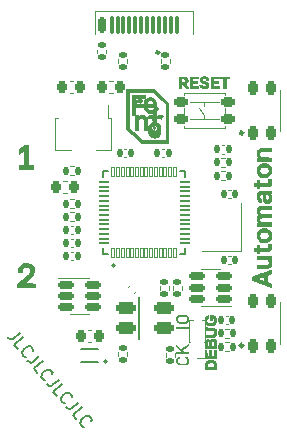
<source format=gbr>
G04 #@! TF.GenerationSoftware,KiCad,Pcbnew,7.0.5*
G04 #@! TF.CreationDate,2023-08-30T18:19:32+03:00*
G04 #@! TF.ProjectId,USB_duck_v2,5553425f-6475-4636-9b5f-76322e6b6963,rev?*
G04 #@! TF.SameCoordinates,Original*
G04 #@! TF.FileFunction,Legend,Top*
G04 #@! TF.FilePolarity,Positive*
%FSLAX46Y46*%
G04 Gerber Fmt 4.6, Leading zero omitted, Abs format (unit mm)*
G04 Created by KiCad (PCBNEW 7.0.5) date 2023-08-30 18:19:32*
%MOMM*%
%LPD*%
G01*
G04 APERTURE LIST*
G04 Aperture macros list*
%AMRoundRect*
0 Rectangle with rounded corners*
0 $1 Rounding radius*
0 $2 $3 $4 $5 $6 $7 $8 $9 X,Y pos of 4 corners*
0 Add a 4 corners polygon primitive as box body*
4,1,4,$2,$3,$4,$5,$6,$7,$8,$9,$2,$3,0*
0 Add four circle primitives for the rounded corners*
1,1,$1+$1,$2,$3*
1,1,$1+$1,$4,$5*
1,1,$1+$1,$6,$7*
1,1,$1+$1,$8,$9*
0 Add four rect primitives between the rounded corners*
20,1,$1+$1,$2,$3,$4,$5,0*
20,1,$1+$1,$4,$5,$6,$7,0*
20,1,$1+$1,$6,$7,$8,$9,0*
20,1,$1+$1,$8,$9,$2,$3,0*%
%AMFreePoly0*
4,1,9,3.862500,-0.866500,0.737500,-0.866500,0.737500,-0.450000,-0.737500,-0.450000,-0.737500,0.450000,0.737500,0.450000,0.737500,0.866500,3.862500,0.866500,3.862500,-0.866500,3.862500,-0.866500,$1*%
G04 Aperture macros list end*
%ADD10C,0.153000*%
%ADD11C,0.010000*%
%ADD12C,0.120000*%
%ADD13C,0.127000*%
%ADD14C,0.200000*%
%ADD15C,0.250000*%
%ADD16RoundRect,0.140000X-0.140000X-0.170000X0.140000X-0.170000X0.140000X0.170000X-0.140000X0.170000X0*%
%ADD17RoundRect,0.135000X-0.135000X-0.185000X0.135000X-0.185000X0.135000X0.185000X-0.135000X0.185000X0*%
%ADD18RoundRect,0.140000X0.140000X0.170000X-0.140000X0.170000X-0.140000X-0.170000X0.140000X-0.170000X0*%
%ADD19RoundRect,0.225000X-0.225000X-0.250000X0.225000X-0.250000X0.225000X0.250000X-0.225000X0.250000X0*%
%ADD20R,1.200000X1.400000*%
%ADD21RoundRect,0.006000X0.094000X-0.414000X0.094000X0.414000X-0.094000X0.414000X-0.094000X-0.414000X0*%
%ADD22RoundRect,0.020000X0.400000X-0.080000X0.400000X0.080000X-0.400000X0.080000X-0.400000X-0.080000X0*%
%ADD23R,3.100000X3.100000*%
%ADD24RoundRect,0.135000X-0.185000X0.135000X-0.185000X-0.135000X0.185000X-0.135000X0.185000X0.135000X0*%
%ADD25C,0.600000*%
%ADD26RoundRect,0.225000X0.225000X-0.375000X0.225000X0.375000X-0.225000X0.375000X-0.225000X-0.375000X0*%
%ADD27RoundRect,0.135000X0.185000X-0.135000X0.185000X0.135000X-0.185000X0.135000X-0.185000X-0.135000X0*%
%ADD28R,0.850000X0.850000*%
%ADD29O,0.850000X0.850000*%
%ADD30RoundRect,0.225000X0.225000X0.250000X-0.225000X0.250000X-0.225000X-0.250000X0.225000X-0.250000X0*%
%ADD31RoundRect,0.075000X-0.075000X-0.675000X0.075000X-0.675000X0.075000X0.675000X-0.075000X0.675000X0*%
%ADD32RoundRect,0.175000X-0.175000X-0.525000X0.175000X-0.525000X0.175000X0.525000X-0.175000X0.525000X0*%
%ADD33R,0.600000X1.100000*%
%ADD34R,0.300000X1.100000*%
%ADD35RoundRect,0.135000X0.135000X0.185000X-0.135000X0.185000X-0.135000X-0.185000X0.135000X-0.185000X0*%
%ADD36RoundRect,0.225000X0.350000X0.225000X-0.350000X0.225000X-0.350000X-0.225000X0.350000X-0.225000X0*%
%ADD37R,0.300000X0.850000*%
%ADD38RoundRect,0.150000X0.512500X0.150000X-0.512500X0.150000X-0.512500X-0.150000X0.512500X-0.150000X0*%
%ADD39R,1.270000X0.760000*%
%ADD40RoundRect,0.262500X-0.587500X-0.262500X0.587500X-0.262500X0.587500X0.262500X-0.587500X0.262500X0*%
%ADD41RoundRect,0.140000X0.021213X-0.219203X0.219203X-0.021213X-0.021213X0.219203X-0.219203X0.021213X0*%
%ADD42RoundRect,0.150000X-0.512500X-0.150000X0.512500X-0.150000X0.512500X0.150000X-0.512500X0.150000X0*%
%ADD43R,0.900000X1.300000*%
%ADD44FreePoly0,270.000000*%
G04 APERTURE END LIST*
D10*
X-10532712Y-26051802D02*
X-11079886Y-26510936D01*
X-11079886Y-26510936D02*
X-11219930Y-26566285D01*
X-11219930Y-26566285D02*
X-11354105Y-26554546D01*
X-11354105Y-26554546D02*
X-11482410Y-26475720D01*
X-11482410Y-26475720D02*
X-11543628Y-26402763D01*
X-10686577Y-27424156D02*
X-10992667Y-27059373D01*
X-10992667Y-27059373D02*
X-10226622Y-26416585D01*
X-10032051Y-28056026D02*
X-10099138Y-28050157D01*
X-10099138Y-28050157D02*
X-10227443Y-27971331D01*
X-10227443Y-27971331D02*
X-10288661Y-27898374D01*
X-10288661Y-27898374D02*
X-10344010Y-27758330D01*
X-10344010Y-27758330D02*
X-10332271Y-27624156D01*
X-10332271Y-27624156D02*
X-10289923Y-27526460D01*
X-10289923Y-27526460D02*
X-10174619Y-27367546D01*
X-10174619Y-27367546D02*
X-10065184Y-27275719D01*
X-10065184Y-27275719D02*
X-9888662Y-27189761D01*
X-9888662Y-27189761D02*
X-9785096Y-27165022D01*
X-9785096Y-27165022D02*
X-9650922Y-27176760D01*
X-9650922Y-27176760D02*
X-9522617Y-27255586D01*
X-9522617Y-27255586D02*
X-9461399Y-27328543D01*
X-9461399Y-27328543D02*
X-9406050Y-27468587D01*
X-9406050Y-27468587D02*
X-9411920Y-27535674D01*
X-8879829Y-28021631D02*
X-9427004Y-28480765D01*
X-9427004Y-28480765D02*
X-9567048Y-28536113D01*
X-9567048Y-28536113D02*
X-9701222Y-28524375D01*
X-9701222Y-28524375D02*
X-9829527Y-28445549D01*
X-9829527Y-28445549D02*
X-9890745Y-28372592D01*
X-9033695Y-29393985D02*
X-9339784Y-29029202D01*
X-9339784Y-29029202D02*
X-8573740Y-28386414D01*
X-8379168Y-30025855D02*
X-8446255Y-30019986D01*
X-8446255Y-30019986D02*
X-8574561Y-29941160D01*
X-8574561Y-29941160D02*
X-8635778Y-29868203D01*
X-8635778Y-29868203D02*
X-8691127Y-29728159D01*
X-8691127Y-29728159D02*
X-8679388Y-29593985D01*
X-8679388Y-29593985D02*
X-8637041Y-29496288D01*
X-8637041Y-29496288D02*
X-8521736Y-29337374D01*
X-8521736Y-29337374D02*
X-8412301Y-29245548D01*
X-8412301Y-29245548D02*
X-8235779Y-29159590D01*
X-8235779Y-29159590D02*
X-8132214Y-29134851D01*
X-8132214Y-29134851D02*
X-7998039Y-29146589D01*
X-7998039Y-29146589D02*
X-7869734Y-29225415D01*
X-7869734Y-29225415D02*
X-7808516Y-29298372D01*
X-7808516Y-29298372D02*
X-7753168Y-29438416D01*
X-7753168Y-29438416D02*
X-7759037Y-29505503D01*
X-7226946Y-29991460D02*
X-7774121Y-30450594D01*
X-7774121Y-30450594D02*
X-7914165Y-30505942D01*
X-7914165Y-30505942D02*
X-8048339Y-30494204D01*
X-8048339Y-30494204D02*
X-8176644Y-30415378D01*
X-8176644Y-30415378D02*
X-8237862Y-30342421D01*
X-7380812Y-31363814D02*
X-7686901Y-30999031D01*
X-7686901Y-30999031D02*
X-6920857Y-30356243D01*
X-6726286Y-31995684D02*
X-6793373Y-31989814D01*
X-6793373Y-31989814D02*
X-6921678Y-31910988D01*
X-6921678Y-31910988D02*
X-6982896Y-31838032D01*
X-6982896Y-31838032D02*
X-7038244Y-31697988D01*
X-7038244Y-31697988D02*
X-7026506Y-31563814D01*
X-7026506Y-31563814D02*
X-6984158Y-31466117D01*
X-6984158Y-31466117D02*
X-6868854Y-31307203D01*
X-6868854Y-31307203D02*
X-6759419Y-31215377D01*
X-6759419Y-31215377D02*
X-6582896Y-31129419D01*
X-6582896Y-31129419D02*
X-6479331Y-31104680D01*
X-6479331Y-31104680D02*
X-6345156Y-31116418D01*
X-6345156Y-31116418D02*
X-6216851Y-31195244D01*
X-6216851Y-31195244D02*
X-6155633Y-31268201D01*
X-6155633Y-31268201D02*
X-6100285Y-31408245D01*
X-6100285Y-31408245D02*
X-6106154Y-31475332D01*
X-5574064Y-31961289D02*
X-6121238Y-32420423D01*
X-6121238Y-32420423D02*
X-6261282Y-32475771D01*
X-6261282Y-32475771D02*
X-6395457Y-32464032D01*
X-6395457Y-32464032D02*
X-6523762Y-32385206D01*
X-6523762Y-32385206D02*
X-6584980Y-32312250D01*
X-5727929Y-33333643D02*
X-6034019Y-32968860D01*
X-6034019Y-32968860D02*
X-5267974Y-32326072D01*
X-5073403Y-33965513D02*
X-5140490Y-33959643D01*
X-5140490Y-33959643D02*
X-5268795Y-33880817D01*
X-5268795Y-33880817D02*
X-5330013Y-33807861D01*
X-5330013Y-33807861D02*
X-5385362Y-33667817D01*
X-5385362Y-33667817D02*
X-5373623Y-33533642D01*
X-5373623Y-33533642D02*
X-5331275Y-33435946D01*
X-5331275Y-33435946D02*
X-5215971Y-33277032D01*
X-5215971Y-33277032D02*
X-5106536Y-33185205D01*
X-5106536Y-33185205D02*
X-4930014Y-33099248D01*
X-4930014Y-33099248D02*
X-4826448Y-33074508D01*
X-4826448Y-33074508D02*
X-4692274Y-33086247D01*
X-4692274Y-33086247D02*
X-4563969Y-33165073D01*
X-4563969Y-33165073D02*
X-4502751Y-33238030D01*
X-4502751Y-33238030D02*
X-4447402Y-33378074D01*
X-4447402Y-33378074D02*
X-4453272Y-33445161D01*
G36*
X2719793Y-25511182D02*
G01*
X3813000Y-25511182D01*
X3813000Y-25664591D01*
X2719793Y-25664591D01*
X2719793Y-25511182D01*
G37*
G36*
X3436279Y-24495539D02*
G01*
X3451042Y-24496099D01*
X3465572Y-24497033D01*
X3479869Y-24498341D01*
X3493933Y-24500022D01*
X3507764Y-24502077D01*
X3521362Y-24504505D01*
X3534728Y-24507308D01*
X3547860Y-24510483D01*
X3560759Y-24514033D01*
X3573425Y-24517956D01*
X3585858Y-24522252D01*
X3598058Y-24526922D01*
X3610026Y-24531966D01*
X3621760Y-24537384D01*
X3633261Y-24543175D01*
X3644485Y-24549271D01*
X3655388Y-24555672D01*
X3665970Y-24562377D01*
X3676231Y-24569386D01*
X3686171Y-24576700D01*
X3695789Y-24584319D01*
X3705087Y-24592241D01*
X3714063Y-24600468D01*
X3722718Y-24608999D01*
X3731052Y-24617835D01*
X3739065Y-24626975D01*
X3746756Y-24636419D01*
X3754127Y-24646168D01*
X3761176Y-24656221D01*
X3767904Y-24666578D01*
X3774311Y-24677240D01*
X3780363Y-24688168D01*
X3786024Y-24699325D01*
X3791294Y-24710711D01*
X3796174Y-24722325D01*
X3800664Y-24734169D01*
X3804763Y-24746241D01*
X3808472Y-24758542D01*
X3811790Y-24771072D01*
X3814719Y-24783830D01*
X3817256Y-24796817D01*
X3819403Y-24810034D01*
X3821160Y-24823478D01*
X3822527Y-24837152D01*
X3823503Y-24851055D01*
X3824088Y-24865186D01*
X3824284Y-24879546D01*
X3824088Y-24893906D01*
X3823503Y-24908037D01*
X3822527Y-24921940D01*
X3821160Y-24935613D01*
X3819403Y-24949058D01*
X3817256Y-24962274D01*
X3814719Y-24975262D01*
X3811790Y-24988020D01*
X3808472Y-25000550D01*
X3804763Y-25012851D01*
X3800664Y-25024923D01*
X3796174Y-25036767D01*
X3791294Y-25048381D01*
X3786024Y-25059767D01*
X3780363Y-25070924D01*
X3774311Y-25081852D01*
X3767904Y-25092515D01*
X3761176Y-25102875D01*
X3754127Y-25112934D01*
X3746756Y-25122690D01*
X3739065Y-25132143D01*
X3731052Y-25141295D01*
X3722718Y-25150144D01*
X3714063Y-25158691D01*
X3705087Y-25166936D01*
X3695789Y-25174878D01*
X3686171Y-25182518D01*
X3676231Y-25189856D01*
X3665970Y-25196892D01*
X3655388Y-25203626D01*
X3644485Y-25210057D01*
X3633261Y-25216186D01*
X3621760Y-25221944D01*
X3610026Y-25227331D01*
X3598058Y-25232347D01*
X3585858Y-25236991D01*
X3573425Y-25241263D01*
X3560759Y-25245164D01*
X3547860Y-25248693D01*
X3534728Y-25251851D01*
X3521362Y-25254638D01*
X3507764Y-25257053D01*
X3493933Y-25259096D01*
X3479869Y-25260768D01*
X3465572Y-25262068D01*
X3451042Y-25262997D01*
X3436279Y-25263554D01*
X3421283Y-25263740D01*
X3111510Y-25263740D01*
X3096386Y-25263554D01*
X3081507Y-25262997D01*
X3066874Y-25262068D01*
X3052487Y-25260768D01*
X3038345Y-25259096D01*
X3024449Y-25257053D01*
X3010798Y-25254638D01*
X2997393Y-25251851D01*
X2984234Y-25248693D01*
X2971320Y-25245164D01*
X2958652Y-25241263D01*
X2946229Y-25236991D01*
X2934052Y-25232347D01*
X2922120Y-25227331D01*
X2910434Y-25221944D01*
X2898994Y-25216186D01*
X2887835Y-25210057D01*
X2876993Y-25203626D01*
X2866467Y-25196892D01*
X2856259Y-25189856D01*
X2846368Y-25182518D01*
X2836793Y-25174878D01*
X2827536Y-25166936D01*
X2818595Y-25158691D01*
X2809972Y-25150144D01*
X2801665Y-25141295D01*
X2793675Y-25132143D01*
X2786003Y-25122690D01*
X2778647Y-25112934D01*
X2771608Y-25102875D01*
X2764886Y-25092515D01*
X2758481Y-25081852D01*
X2752430Y-25070924D01*
X2746769Y-25059767D01*
X2741498Y-25048381D01*
X2736618Y-25036767D01*
X2732129Y-25024923D01*
X2728029Y-25012851D01*
X2724320Y-25000550D01*
X2721002Y-24988020D01*
X2718074Y-24975262D01*
X2715536Y-24962274D01*
X2713389Y-24949058D01*
X2711632Y-24935613D01*
X2710266Y-24921940D01*
X2709290Y-24908037D01*
X2708704Y-24893906D01*
X2708509Y-24879546D01*
X2859500Y-24879546D01*
X2859763Y-24892185D01*
X2860554Y-24904511D01*
X2861871Y-24916524D01*
X2863715Y-24928225D01*
X2866085Y-24939613D01*
X2868983Y-24950688D01*
X2872407Y-24961451D01*
X2876359Y-24971900D01*
X2880837Y-24982037D01*
X2885842Y-24991861D01*
X2891374Y-25001373D01*
X2897432Y-25010572D01*
X2904018Y-25019457D01*
X2911130Y-25028031D01*
X2918769Y-25036291D01*
X2926935Y-25044239D01*
X2935506Y-25051787D01*
X2944428Y-25058848D01*
X2953700Y-25065422D01*
X2963323Y-25071509D01*
X2973296Y-25077109D01*
X2983620Y-25082222D01*
X2994294Y-25086848D01*
X3005319Y-25090987D01*
X3016694Y-25094639D01*
X3028420Y-25097804D01*
X3040496Y-25100483D01*
X3052923Y-25102674D01*
X3065701Y-25104378D01*
X3078829Y-25105596D01*
X3092307Y-25106326D01*
X3106136Y-25106570D01*
X3426387Y-25106570D01*
X3440154Y-25106326D01*
X3453577Y-25105596D01*
X3466659Y-25104378D01*
X3479399Y-25102674D01*
X3491796Y-25100483D01*
X3503852Y-25097804D01*
X3515565Y-25094639D01*
X3526936Y-25090987D01*
X3537965Y-25086848D01*
X3548652Y-25082222D01*
X3558997Y-25077109D01*
X3568999Y-25071509D01*
X3578660Y-25065422D01*
X3587978Y-25058848D01*
X3596954Y-25051787D01*
X3605588Y-25044239D01*
X3613754Y-25036291D01*
X3621394Y-25028031D01*
X3628506Y-25019457D01*
X3635091Y-25010572D01*
X3641150Y-25001373D01*
X3646682Y-24991861D01*
X3651687Y-24982037D01*
X3656165Y-24971900D01*
X3660116Y-24961451D01*
X3663541Y-24950688D01*
X3666438Y-24939613D01*
X3668809Y-24928225D01*
X3670653Y-24916524D01*
X3671970Y-24904511D01*
X3672761Y-24892185D01*
X3673024Y-24879546D01*
X3672761Y-24866843D01*
X3671970Y-24854459D01*
X3670653Y-24842394D01*
X3668809Y-24830648D01*
X3666438Y-24819222D01*
X3663541Y-24808114D01*
X3660116Y-24797325D01*
X3656165Y-24786856D01*
X3651687Y-24776705D01*
X3646682Y-24766874D01*
X3641150Y-24757361D01*
X3635091Y-24748168D01*
X3628506Y-24739293D01*
X3621394Y-24730738D01*
X3613754Y-24722502D01*
X3605588Y-24714584D01*
X3596954Y-24707069D01*
X3587978Y-24700038D01*
X3578660Y-24693493D01*
X3568999Y-24687432D01*
X3558997Y-24681856D01*
X3548652Y-24676765D01*
X3537965Y-24672159D01*
X3526936Y-24668038D01*
X3515565Y-24664401D01*
X3503852Y-24661250D01*
X3491796Y-24658583D01*
X3479399Y-24656401D01*
X3466659Y-24654704D01*
X3453577Y-24653492D01*
X3440154Y-24652765D01*
X3426387Y-24652522D01*
X3106136Y-24652522D01*
X3092307Y-24652765D01*
X3078829Y-24653492D01*
X3065701Y-24654704D01*
X3052923Y-24656401D01*
X3040496Y-24658583D01*
X3028420Y-24661250D01*
X3016694Y-24664401D01*
X3005319Y-24668038D01*
X2994294Y-24672159D01*
X2983620Y-24676765D01*
X2973296Y-24681856D01*
X2963323Y-24687432D01*
X2953700Y-24693493D01*
X2944428Y-24700038D01*
X2935506Y-24707069D01*
X2926935Y-24714584D01*
X2918769Y-24722502D01*
X2911130Y-24730738D01*
X2904018Y-24739293D01*
X2897432Y-24748168D01*
X2891374Y-24757361D01*
X2885842Y-24766874D01*
X2880837Y-24776705D01*
X2876359Y-24786856D01*
X2872407Y-24797325D01*
X2868983Y-24808114D01*
X2866085Y-24819222D01*
X2863715Y-24830648D01*
X2861871Y-24842394D01*
X2860554Y-24854459D01*
X2859763Y-24866843D01*
X2859500Y-24879546D01*
X2708509Y-24879546D01*
X2708704Y-24865186D01*
X2709290Y-24851055D01*
X2710266Y-24837152D01*
X2711632Y-24823478D01*
X2713389Y-24810034D01*
X2715536Y-24796817D01*
X2718074Y-24783830D01*
X2721002Y-24771072D01*
X2724320Y-24758542D01*
X2728029Y-24746241D01*
X2732129Y-24734169D01*
X2736618Y-24722325D01*
X2741498Y-24710711D01*
X2746769Y-24699325D01*
X2752430Y-24688168D01*
X2758481Y-24677240D01*
X2764886Y-24666578D01*
X2771608Y-24656221D01*
X2778647Y-24646168D01*
X2786003Y-24636419D01*
X2793675Y-24626975D01*
X2801665Y-24617835D01*
X2809972Y-24608999D01*
X2818595Y-24600468D01*
X2827536Y-24592241D01*
X2836793Y-24584319D01*
X2846368Y-24576700D01*
X2856259Y-24569386D01*
X2866467Y-24562377D01*
X2876993Y-24555672D01*
X2887835Y-24549271D01*
X2898994Y-24543175D01*
X2910434Y-24537384D01*
X2922120Y-24531966D01*
X2934052Y-24526922D01*
X2946229Y-24522252D01*
X2958652Y-24517956D01*
X2971320Y-24514033D01*
X2984234Y-24510483D01*
X2997393Y-24507308D01*
X3010798Y-24504505D01*
X3024449Y-24502077D01*
X3038345Y-24500022D01*
X3052487Y-24498341D01*
X3066874Y-24497033D01*
X3081507Y-24496099D01*
X3096386Y-24495539D01*
X3111510Y-24495352D01*
X3421283Y-24495352D01*
X3436279Y-24495539D01*
G37*
G36*
X3824284Y-28406727D02*
G01*
X3824085Y-28420889D01*
X3823490Y-28434832D01*
X3822498Y-28448554D01*
X3821110Y-28462055D01*
X3819325Y-28475336D01*
X3817143Y-28488397D01*
X3814564Y-28501238D01*
X3811589Y-28513858D01*
X3808217Y-28526257D01*
X3804448Y-28538437D01*
X3800283Y-28550395D01*
X3795721Y-28562134D01*
X3790762Y-28573652D01*
X3785407Y-28584950D01*
X3779654Y-28596027D01*
X3773505Y-28606884D01*
X3766999Y-28617447D01*
X3760173Y-28627710D01*
X3753028Y-28637672D01*
X3745564Y-28647335D01*
X3737781Y-28656697D01*
X3729679Y-28665760D01*
X3721258Y-28674522D01*
X3712518Y-28682984D01*
X3703459Y-28691145D01*
X3694081Y-28699007D01*
X3684384Y-28706569D01*
X3674367Y-28713830D01*
X3664032Y-28720791D01*
X3653378Y-28727452D01*
X3642404Y-28733813D01*
X3631112Y-28739874D01*
X3619507Y-28745600D01*
X3607662Y-28750956D01*
X3595579Y-28755944D01*
X3583256Y-28760561D01*
X3570693Y-28764810D01*
X3557892Y-28768688D01*
X3544851Y-28772198D01*
X3531571Y-28775338D01*
X3518051Y-28778109D01*
X3504293Y-28780510D01*
X3490295Y-28782542D01*
X3476057Y-28784204D01*
X3461581Y-28785497D01*
X3446865Y-28786420D01*
X3431910Y-28786975D01*
X3416715Y-28787159D01*
X3116614Y-28787159D01*
X3101323Y-28786975D01*
X3086280Y-28786420D01*
X3071485Y-28785497D01*
X3056937Y-28784204D01*
X3042636Y-28782542D01*
X3028584Y-28780510D01*
X3014779Y-28778109D01*
X3001222Y-28775338D01*
X2987912Y-28772198D01*
X2974850Y-28768688D01*
X2962036Y-28764810D01*
X2949470Y-28760561D01*
X2937151Y-28755944D01*
X2925080Y-28750956D01*
X2913256Y-28745600D01*
X2901681Y-28739874D01*
X2890357Y-28733813D01*
X2879356Y-28727452D01*
X2868679Y-28720791D01*
X2858324Y-28713830D01*
X2848293Y-28706569D01*
X2838586Y-28699007D01*
X2829201Y-28691145D01*
X2820140Y-28682984D01*
X2811402Y-28674522D01*
X2802987Y-28665760D01*
X2794896Y-28656697D01*
X2787128Y-28647335D01*
X2779683Y-28637672D01*
X2772561Y-28627710D01*
X2765762Y-28617447D01*
X2759287Y-28606884D01*
X2753138Y-28596027D01*
X2747386Y-28584950D01*
X2742030Y-28573652D01*
X2737072Y-28562134D01*
X2732510Y-28550395D01*
X2728344Y-28538437D01*
X2724575Y-28526257D01*
X2721203Y-28513858D01*
X2718228Y-28501238D01*
X2715650Y-28488397D01*
X2713468Y-28475336D01*
X2711683Y-28462055D01*
X2710294Y-28448554D01*
X2709302Y-28434832D01*
X2708707Y-28420889D01*
X2708509Y-28406727D01*
X2708667Y-28394936D01*
X2709143Y-28383273D01*
X2709935Y-28371738D01*
X2711044Y-28360331D01*
X2712471Y-28349052D01*
X2714214Y-28337902D01*
X2716274Y-28326879D01*
X2718651Y-28315984D01*
X2721345Y-28305218D01*
X2724356Y-28294579D01*
X2727684Y-28284069D01*
X2731329Y-28273686D01*
X2735291Y-28263432D01*
X2739569Y-28253305D01*
X2744165Y-28243307D01*
X2749078Y-28233436D01*
X2754276Y-28223697D01*
X2759728Y-28214159D01*
X2765434Y-28204823D01*
X2771394Y-28195689D01*
X2777608Y-28186755D01*
X2784076Y-28178024D01*
X2790798Y-28169494D01*
X2797774Y-28161165D01*
X2805003Y-28153038D01*
X2812487Y-28145112D01*
X2820225Y-28137388D01*
X2828217Y-28129865D01*
X2836463Y-28122544D01*
X2844962Y-28115424D01*
X2853716Y-28108506D01*
X2862724Y-28101789D01*
X2871923Y-28095307D01*
X2881316Y-28089091D01*
X2890906Y-28083141D01*
X2900690Y-28077458D01*
X2910669Y-28072042D01*
X2920844Y-28066892D01*
X2931214Y-28062009D01*
X2941779Y-28057392D01*
X2952539Y-28053042D01*
X2963495Y-28048959D01*
X2974646Y-28045142D01*
X2985992Y-28041591D01*
X2997533Y-28038307D01*
X3009269Y-28035290D01*
X3021201Y-28032539D01*
X3033327Y-28030055D01*
X3033327Y-28187226D01*
X3020368Y-28191088D01*
X3007821Y-28195554D01*
X2995685Y-28200625D01*
X2983960Y-28206301D01*
X2972646Y-28212581D01*
X2961744Y-28219466D01*
X2951254Y-28226955D01*
X2941175Y-28235048D01*
X2931578Y-28243562D01*
X2922536Y-28252445D01*
X2914048Y-28261697D01*
X2906114Y-28271318D01*
X2898734Y-28281309D01*
X2891908Y-28291670D01*
X2885636Y-28302400D01*
X2879919Y-28313499D01*
X2874755Y-28324829D01*
X2870280Y-28336252D01*
X2866494Y-28347767D01*
X2863396Y-28359374D01*
X2860986Y-28371074D01*
X2859265Y-28382866D01*
X2858232Y-28394750D01*
X2857888Y-28406727D01*
X2858166Y-28419166D01*
X2859000Y-28431297D01*
X2860391Y-28443119D01*
X2862338Y-28454633D01*
X2864841Y-28465839D01*
X2867900Y-28476735D01*
X2871515Y-28487324D01*
X2875687Y-28497603D01*
X2880415Y-28507574D01*
X2885699Y-28517237D01*
X2891539Y-28526591D01*
X2897936Y-28535636D01*
X2904889Y-28544373D01*
X2912398Y-28552802D01*
X2920463Y-28560922D01*
X2929085Y-28568733D01*
X2938129Y-28576151D01*
X2947530Y-28583090D01*
X2957288Y-28589550D01*
X2967403Y-28595532D01*
X2977875Y-28601036D01*
X2988704Y-28606061D01*
X2999889Y-28610607D01*
X3011431Y-28614675D01*
X3023330Y-28618264D01*
X3035586Y-28621375D01*
X3048199Y-28624007D01*
X3061168Y-28626161D01*
X3074494Y-28627835D01*
X3088178Y-28629032D01*
X3102218Y-28629750D01*
X3116614Y-28629989D01*
X3416715Y-28629989D01*
X3431111Y-28629750D01*
X3445148Y-28629032D01*
X3458826Y-28627835D01*
X3472145Y-28626161D01*
X3485105Y-28624007D01*
X3497706Y-28621375D01*
X3509948Y-28618264D01*
X3521831Y-28614675D01*
X3533356Y-28610607D01*
X3544521Y-28606061D01*
X3555328Y-28601036D01*
X3565775Y-28595532D01*
X3575864Y-28589550D01*
X3585594Y-28583090D01*
X3594965Y-28576151D01*
X3603976Y-28568733D01*
X3612533Y-28560922D01*
X3620537Y-28552802D01*
X3627990Y-28544373D01*
X3634890Y-28535636D01*
X3641238Y-28526591D01*
X3647035Y-28517237D01*
X3652279Y-28507574D01*
X3656971Y-28497603D01*
X3661111Y-28487324D01*
X3664699Y-28476735D01*
X3667736Y-28465839D01*
X3670220Y-28454633D01*
X3672152Y-28443119D01*
X3673532Y-28431297D01*
X3674360Y-28419166D01*
X3674636Y-28406727D01*
X3674239Y-28393400D01*
X3673049Y-28380220D01*
X3671066Y-28367186D01*
X3668289Y-28354299D01*
X3664718Y-28341558D01*
X3660355Y-28328963D01*
X3655197Y-28316515D01*
X3649247Y-28304213D01*
X3642503Y-28292058D01*
X3634966Y-28280049D01*
X3629500Y-28272124D01*
X3620687Y-28260650D01*
X3611176Y-28249903D01*
X3600966Y-28239883D01*
X3590056Y-28230590D01*
X3578448Y-28222025D01*
X3566141Y-28214187D01*
X3553134Y-28207076D01*
X3539429Y-28200693D01*
X3525025Y-28195036D01*
X3509922Y-28190107D01*
X3499465Y-28187226D01*
X3499465Y-28030055D01*
X3511593Y-28032542D01*
X3523527Y-28035299D01*
X3535269Y-28038326D01*
X3546818Y-28041625D01*
X3558173Y-28045194D01*
X3569335Y-28049034D01*
X3580304Y-28053145D01*
X3591080Y-28057527D01*
X3601663Y-28062179D01*
X3612053Y-28067102D01*
X3622250Y-28072296D01*
X3632254Y-28077761D01*
X3642064Y-28083496D01*
X3651682Y-28089502D01*
X3661106Y-28095779D01*
X3670337Y-28102327D01*
X3679312Y-28109074D01*
X3688036Y-28116016D01*
X3696507Y-28123154D01*
X3704727Y-28130486D01*
X3712694Y-28138014D01*
X3720410Y-28145738D01*
X3727874Y-28153656D01*
X3735086Y-28161769D01*
X3742046Y-28170078D01*
X3748754Y-28178582D01*
X3755211Y-28187281D01*
X3761415Y-28196176D01*
X3767368Y-28205265D01*
X3773069Y-28214550D01*
X3778518Y-28224030D01*
X3783715Y-28233705D01*
X3788627Y-28243543D01*
X3793223Y-28253511D01*
X3797502Y-28263609D01*
X3801464Y-28273837D01*
X3805108Y-28284196D01*
X3808436Y-28294684D01*
X3811447Y-28305303D01*
X3814141Y-28316051D01*
X3816518Y-28326930D01*
X3818579Y-28337939D01*
X3820322Y-28349079D01*
X3821748Y-28360348D01*
X3822857Y-28371747D01*
X3823650Y-28383277D01*
X3824125Y-28394937D01*
X3824284Y-28406727D01*
G37*
G36*
X3563408Y-27729685D02*
G01*
X3333160Y-27707117D01*
X2719793Y-27224591D01*
X2719793Y-27035718D01*
X3563408Y-27729685D01*
G37*
G36*
X3813000Y-27827480D02*
G01*
X2719793Y-27827480D01*
X2719793Y-27674071D01*
X3813000Y-27674071D01*
X3813000Y-27827480D01*
G37*
G36*
X3813000Y-27177843D02*
G01*
X3229454Y-27525230D01*
X3117420Y-27404061D01*
X3813000Y-26989776D01*
X3813000Y-27177843D01*
G37*
D11*
X7216300Y-4473700D02*
X6898800Y-4473700D01*
X6898800Y-5299200D01*
X6721000Y-5299200D01*
X6721000Y-4473700D01*
X6390800Y-4473700D01*
X6390800Y-4321300D01*
X7216300Y-4321300D01*
X7216300Y-4473700D01*
G36*
X7216300Y-4473700D02*
G01*
X6898800Y-4473700D01*
X6898800Y-5299200D01*
X6721000Y-5299200D01*
X6721000Y-4473700D01*
X6390800Y-4473700D01*
X6390800Y-4321300D01*
X7216300Y-4321300D01*
X7216300Y-4473700D01*
G37*
X4549300Y-4473700D02*
X4066700Y-4473700D01*
X4066700Y-4715000D01*
X4511200Y-4715000D01*
X4511200Y-4880100D01*
X4066700Y-4880100D01*
X4066700Y-5146800D01*
X4549300Y-5146800D01*
X4549300Y-5299200D01*
X3888900Y-5299200D01*
X3888900Y-4321300D01*
X4549300Y-4321300D01*
X4549300Y-4473700D01*
G36*
X4549300Y-4473700D02*
G01*
X4066700Y-4473700D01*
X4066700Y-4715000D01*
X4511200Y-4715000D01*
X4511200Y-4880100D01*
X4066700Y-4880100D01*
X4066700Y-5146800D01*
X4549300Y-5146800D01*
X4549300Y-5299200D01*
X3888900Y-5299200D01*
X3888900Y-4321300D01*
X4549300Y-4321300D01*
X4549300Y-4473700D01*
G37*
X6301900Y-4473700D02*
X5819300Y-4473700D01*
X5819300Y-4714400D01*
X6257450Y-4721350D01*
X6265012Y-4880100D01*
X5819300Y-4880100D01*
X5819300Y-5146800D01*
X6301900Y-5146800D01*
X6301900Y-5299200D01*
X5641500Y-5299200D01*
X5641500Y-4321300D01*
X6301900Y-4321300D01*
X6301900Y-4473700D01*
G36*
X6301900Y-4473700D02*
G01*
X5819300Y-4473700D01*
X5819300Y-4714400D01*
X6257450Y-4721350D01*
X6265012Y-4880100D01*
X5819300Y-4880100D01*
X5819300Y-5146800D01*
X6301900Y-5146800D01*
X6301900Y-5299200D01*
X5641500Y-5299200D01*
X5641500Y-4321300D01*
X6301900Y-4321300D01*
X6301900Y-4473700D01*
G37*
X6025675Y-27475968D02*
X6105050Y-27479750D01*
X6111828Y-28133800D01*
X5120800Y-28133800D01*
X5120800Y-27472187D01*
X5200175Y-27475968D01*
X5279550Y-27479750D01*
X5286460Y-27956000D01*
X5527200Y-27956000D01*
X5527200Y-27511500D01*
X5679600Y-27511500D01*
X5679600Y-27956000D01*
X5946300Y-27956000D01*
X5946300Y-27472187D01*
X6025675Y-27475968D01*
G36*
X6025675Y-27475968D02*
G01*
X6105050Y-27479750D01*
X6111828Y-28133800D01*
X5120800Y-28133800D01*
X5120800Y-27472187D01*
X5200175Y-27475968D01*
X5279550Y-27479750D01*
X5286460Y-27956000D01*
X5527200Y-27956000D01*
X5527200Y-27511500D01*
X5679600Y-27511500D01*
X5679600Y-27956000D01*
X5946300Y-27956000D01*
X5946300Y-27472187D01*
X6025675Y-27475968D01*
G37*
X1452074Y-5973849D02*
X2060100Y-6572299D01*
X2060100Y-9960100D01*
X-278334Y-9960100D01*
X-887117Y-9361605D01*
X-1495900Y-8763111D01*
X-1495900Y-5604000D01*
X-1267300Y-5604000D01*
X-1267300Y-8653840D01*
X-196288Y-9731500D01*
X1831500Y-9731500D01*
X1831500Y-6677260D01*
X758462Y-5604000D01*
X-1267300Y-5604000D01*
X-1495900Y-5604000D01*
X-1495900Y-5375400D01*
X844049Y-5375400D01*
X1452074Y-5973849D01*
G36*
X1452074Y-5973849D02*
G01*
X2060100Y-6572299D01*
X2060100Y-9960100D01*
X-278334Y-9960100D01*
X-887117Y-9361605D01*
X-1495900Y-8763111D01*
X-1495900Y-5604000D01*
X-1267300Y-5604000D01*
X-1267300Y-8653840D01*
X-196288Y-9731500D01*
X1831500Y-9731500D01*
X1831500Y-6677260D01*
X758462Y-5604000D01*
X-1267300Y-5604000D01*
X-1495900Y-5604000D01*
X-1495900Y-5375400D01*
X844049Y-5375400D01*
X1452074Y-5973849D01*
G37*
X-9789000Y-11839038D02*
X-9401650Y-11846050D01*
X-9398085Y-12001625D01*
X-9394519Y-12157200D01*
X-10614500Y-12157200D01*
X-10614500Y-11839700D01*
X-10144600Y-11839700D01*
X-10144600Y-11185018D01*
X-10144695Y-11036216D01*
X-10145010Y-10910997D01*
X-10145594Y-10807546D01*
X-10146494Y-10724046D01*
X-10147757Y-10658682D01*
X-10149431Y-10609637D01*
X-10151563Y-10575096D01*
X-10154202Y-10553243D01*
X-10157394Y-10542261D01*
X-10161187Y-10540335D01*
X-10161478Y-10540493D01*
X-10176624Y-10550678D01*
X-10209065Y-10573186D01*
X-10255391Y-10605628D01*
X-10312191Y-10645613D01*
X-10376056Y-10690754D01*
X-10388932Y-10699875D01*
X-10452963Y-10745000D01*
X-10509893Y-10784647D01*
X-10556512Y-10816617D01*
X-10589605Y-10838711D01*
X-10605962Y-10848733D01*
X-10607005Y-10849100D01*
X-10609658Y-10837151D01*
X-10611857Y-10804307D01*
X-10613425Y-10755073D01*
X-10614180Y-10693952D01*
X-10614215Y-10668125D01*
X-10613930Y-10487150D01*
X-10366925Y-10312525D01*
X-10119919Y-10137900D01*
X-9789000Y-10137900D01*
X-9789000Y-11839038D01*
G36*
X-9789000Y-11839038D02*
G01*
X-9401650Y-11846050D01*
X-9398085Y-12001625D01*
X-9394519Y-12157200D01*
X-10614500Y-12157200D01*
X-10614500Y-11839700D01*
X-10144600Y-11839700D01*
X-10144600Y-11185018D01*
X-10144695Y-11036216D01*
X-10145010Y-10910997D01*
X-10145594Y-10807546D01*
X-10146494Y-10724046D01*
X-10147757Y-10658682D01*
X-10149431Y-10609637D01*
X-10151563Y-10575096D01*
X-10154202Y-10553243D01*
X-10157394Y-10542261D01*
X-10161187Y-10540335D01*
X-10161478Y-10540493D01*
X-10176624Y-10550678D01*
X-10209065Y-10573186D01*
X-10255391Y-10605628D01*
X-10312191Y-10645613D01*
X-10376056Y-10690754D01*
X-10388932Y-10699875D01*
X-10452963Y-10745000D01*
X-10509893Y-10784647D01*
X-10556512Y-10816617D01*
X-10589605Y-10838711D01*
X-10605962Y-10848733D01*
X-10607005Y-10849100D01*
X-10609658Y-10837151D01*
X-10611857Y-10804307D01*
X-10613425Y-10755073D01*
X-10614180Y-10693952D01*
X-10614215Y-10668125D01*
X-10613930Y-10487150D01*
X-10366925Y-10312525D01*
X-10119919Y-10137900D01*
X-9789000Y-10137900D01*
X-9789000Y-11839038D01*
G37*
X10691058Y-18532956D02*
X10723437Y-18535041D01*
X10741273Y-18540378D01*
X10749992Y-18550490D01*
X10754576Y-18565115D01*
X10757411Y-18590830D01*
X10758744Y-18635167D01*
X10758480Y-18691387D01*
X10757079Y-18739740D01*
X10750204Y-18832244D01*
X10736848Y-18904583D01*
X10715469Y-18961504D01*
X10684524Y-19007759D01*
X10662646Y-19030581D01*
X10638834Y-19051396D01*
X10614472Y-19068190D01*
X10586560Y-19081441D01*
X10552098Y-19091628D01*
X10508084Y-19099230D01*
X10451520Y-19104726D01*
X10379404Y-19108593D01*
X10288737Y-19111311D01*
X10176519Y-19113358D01*
X10140475Y-19113881D01*
X9769000Y-19119086D01*
X9769000Y-19281900D01*
X9540400Y-19281900D01*
X9540400Y-19116800D01*
X9273700Y-19116800D01*
X9273700Y-18850100D01*
X9539593Y-18850100D01*
X9543171Y-18700875D01*
X9546750Y-18551650D01*
X9657875Y-18547980D01*
X9769000Y-18544311D01*
X9769000Y-18850100D01*
X10099830Y-18850100D01*
X10215720Y-18849871D01*
X10308728Y-18848370D01*
X10381368Y-18844367D01*
X10436159Y-18836638D01*
X10475617Y-18823955D01*
X10502259Y-18805091D01*
X10518601Y-18778821D01*
X10527161Y-18743917D01*
X10530455Y-18699152D01*
X10530999Y-18643301D01*
X10531000Y-18639952D01*
X10531000Y-18532600D01*
X10638708Y-18532600D01*
X10691058Y-18532956D01*
G36*
X10691058Y-18532956D02*
G01*
X10723437Y-18535041D01*
X10741273Y-18540378D01*
X10749992Y-18550490D01*
X10754576Y-18565115D01*
X10757411Y-18590830D01*
X10758744Y-18635167D01*
X10758480Y-18691387D01*
X10757079Y-18739740D01*
X10750204Y-18832244D01*
X10736848Y-18904583D01*
X10715469Y-18961504D01*
X10684524Y-19007759D01*
X10662646Y-19030581D01*
X10638834Y-19051396D01*
X10614472Y-19068190D01*
X10586560Y-19081441D01*
X10552098Y-19091628D01*
X10508084Y-19099230D01*
X10451520Y-19104726D01*
X10379404Y-19108593D01*
X10288737Y-19111311D01*
X10176519Y-19113358D01*
X10140475Y-19113881D01*
X9769000Y-19119086D01*
X9769000Y-19281900D01*
X9540400Y-19281900D01*
X9540400Y-19116800D01*
X9273700Y-19116800D01*
X9273700Y-18850100D01*
X9539593Y-18850100D01*
X9543171Y-18700875D01*
X9546750Y-18551650D01*
X9657875Y-18547980D01*
X9769000Y-18544311D01*
X9769000Y-18850100D01*
X10099830Y-18850100D01*
X10215720Y-18849871D01*
X10308728Y-18848370D01*
X10381368Y-18844367D01*
X10436159Y-18836638D01*
X10475617Y-18823955D01*
X10502259Y-18805091D01*
X10518601Y-18778821D01*
X10527161Y-18743917D01*
X10530455Y-18699152D01*
X10530999Y-18643301D01*
X10531000Y-18639952D01*
X10531000Y-18532600D01*
X10638708Y-18532600D01*
X10691058Y-18532956D01*
G37*
X10746900Y-10633200D02*
X9939087Y-10633200D01*
X9873861Y-10665703D01*
X9817922Y-10703613D01*
X9780537Y-10753881D01*
X9760059Y-10819629D01*
X9754712Y-10891357D01*
X9761413Y-10971435D01*
X9782872Y-11035236D01*
X9821127Y-11088468D01*
X9827283Y-11094754D01*
X9848610Y-11115535D01*
X9868206Y-11132269D01*
X9889013Y-11145423D01*
X9913972Y-11155464D01*
X9946026Y-11162861D01*
X9988116Y-11168079D01*
X10043185Y-11171586D01*
X10114175Y-11173850D01*
X10204028Y-11175338D01*
X10315685Y-11176518D01*
X10343675Y-11176785D01*
X10746900Y-11180620D01*
X10746900Y-11433300D01*
X9539446Y-11433300D01*
X9546750Y-11198350D01*
X9625208Y-11194592D01*
X9703667Y-11190835D01*
X9648308Y-11135476D01*
X9599978Y-11081984D01*
X9566813Y-11030448D01*
X9545913Y-10973644D01*
X9534377Y-10904348D01*
X9530183Y-10841220D01*
X9530075Y-10744727D01*
X9539503Y-10666878D01*
X9559926Y-10602237D01*
X9592802Y-10545368D01*
X9617962Y-10514016D01*
X9691252Y-10448861D01*
X9779184Y-10403802D01*
X9872353Y-10379802D01*
X9905404Y-10376506D01*
X9959931Y-10373507D01*
X10032009Y-10370914D01*
X10117715Y-10368836D01*
X10213124Y-10367380D01*
X10314314Y-10366656D01*
X10350025Y-10366595D01*
X10746900Y-10366500D01*
X10746900Y-10633200D01*
G36*
X10746900Y-10633200D02*
G01*
X9939087Y-10633200D01*
X9873861Y-10665703D01*
X9817922Y-10703613D01*
X9780537Y-10753881D01*
X9760059Y-10819629D01*
X9754712Y-10891357D01*
X9761413Y-10971435D01*
X9782872Y-11035236D01*
X9821127Y-11088468D01*
X9827283Y-11094754D01*
X9848610Y-11115535D01*
X9868206Y-11132269D01*
X9889013Y-11145423D01*
X9913972Y-11155464D01*
X9946026Y-11162861D01*
X9988116Y-11168079D01*
X10043185Y-11171586D01*
X10114175Y-11173850D01*
X10204028Y-11175338D01*
X10315685Y-11176518D01*
X10343675Y-11176785D01*
X10746900Y-11180620D01*
X10746900Y-11433300D01*
X9539446Y-11433300D01*
X9546750Y-11198350D01*
X9625208Y-11194592D01*
X9703667Y-11190835D01*
X9648308Y-11135476D01*
X9599978Y-11081984D01*
X9566813Y-11030448D01*
X9545913Y-10973644D01*
X9534377Y-10904348D01*
X9530183Y-10841220D01*
X9530075Y-10744727D01*
X9539503Y-10666878D01*
X9559926Y-10602237D01*
X9592802Y-10545368D01*
X9617962Y-10514016D01*
X9691252Y-10448861D01*
X9779184Y-10403802D01*
X9872353Y-10379802D01*
X9905404Y-10376506D01*
X9959931Y-10373507D01*
X10032009Y-10370914D01*
X10117715Y-10368836D01*
X10213124Y-10367380D01*
X10314314Y-10366656D01*
X10350025Y-10366595D01*
X10746900Y-10366500D01*
X10746900Y-10633200D01*
G37*
X5716859Y-28336199D02*
X5794978Y-28350417D01*
X5823802Y-28359404D01*
X5908134Y-28398797D01*
X5973502Y-28449277D01*
X6024280Y-28513290D01*
X6050511Y-28559209D01*
X6070444Y-28606459D01*
X6085099Y-28659844D01*
X6095498Y-28724168D01*
X6102664Y-28804235D01*
X6107616Y-28904850D01*
X6107633Y-28905325D01*
X6115297Y-29111700D01*
X5117649Y-29111700D01*
X5122433Y-28933900D01*
X5285900Y-28933900D01*
X5946300Y-28933900D01*
X5946300Y-28840912D01*
X5938435Y-28742306D01*
X5914773Y-28663368D01*
X5875212Y-28603795D01*
X5862865Y-28591926D01*
X5800542Y-28552361D01*
X5723783Y-28526695D01*
X5639123Y-28515068D01*
X5553098Y-28517618D01*
X5472243Y-28534485D01*
X5403096Y-28565806D01*
X5381042Y-28581698D01*
X5336230Y-28627785D01*
X5306838Y-28681878D01*
X5290833Y-28749282D01*
X5286178Y-28829125D01*
X5285900Y-28933900D01*
X5122433Y-28933900D01*
X5123715Y-28886275D01*
X5126367Y-28801383D01*
X5129495Y-28737015D01*
X5133669Y-28688292D01*
X5139457Y-28650338D01*
X5147430Y-28618277D01*
X5158158Y-28587230D01*
X5158860Y-28585400D01*
X5204318Y-28501508D01*
X5269174Y-28430477D01*
X5348793Y-28376945D01*
X5381900Y-28362177D01*
X5451468Y-28343365D01*
X5536332Y-28332728D01*
X5627720Y-28330321D01*
X5716859Y-28336199D01*
G36*
X5716859Y-28336199D02*
G01*
X5794978Y-28350417D01*
X5823802Y-28359404D01*
X5908134Y-28398797D01*
X5973502Y-28449277D01*
X6024280Y-28513290D01*
X6050511Y-28559209D01*
X6070444Y-28606459D01*
X6085099Y-28659844D01*
X6095498Y-28724168D01*
X6102664Y-28804235D01*
X6107616Y-28904850D01*
X6107633Y-28905325D01*
X6115297Y-29111700D01*
X5117649Y-29111700D01*
X5122433Y-28933900D01*
X5285900Y-28933900D01*
X5946300Y-28933900D01*
X5946300Y-28840912D01*
X5938435Y-28742306D01*
X5914773Y-28663368D01*
X5875212Y-28603795D01*
X5862865Y-28591926D01*
X5800542Y-28552361D01*
X5723783Y-28526695D01*
X5639123Y-28515068D01*
X5553098Y-28517618D01*
X5472243Y-28534485D01*
X5403096Y-28565806D01*
X5381042Y-28581698D01*
X5336230Y-28627785D01*
X5306838Y-28681878D01*
X5290833Y-28749282D01*
X5286178Y-28829125D01*
X5285900Y-28933900D01*
X5122433Y-28933900D01*
X5123715Y-28886275D01*
X5126367Y-28801383D01*
X5129495Y-28737015D01*
X5133669Y-28688292D01*
X5139457Y-28650338D01*
X5147430Y-28618277D01*
X5158158Y-28587230D01*
X5158860Y-28585400D01*
X5204318Y-28501508D01*
X5269174Y-28430477D01*
X5348793Y-28376945D01*
X5381900Y-28362177D01*
X5451468Y-28343365D01*
X5536332Y-28332728D01*
X5627720Y-28330321D01*
X5716859Y-28336199D01*
G37*
X10754266Y-13066202D02*
X10757297Y-13098072D01*
X10758628Y-13147515D01*
X10758150Y-13206751D01*
X10756802Y-13247177D01*
X10748989Y-13342446D01*
X10733652Y-13417090D01*
X10708786Y-13475275D01*
X10672386Y-13521171D01*
X10622446Y-13558943D01*
X10600850Y-13571310D01*
X10585384Y-13579038D01*
X10568868Y-13585200D01*
X10548294Y-13590011D01*
X10520656Y-13593682D01*
X10482945Y-13596426D01*
X10432155Y-13598456D01*
X10365277Y-13599985D01*
X10279305Y-13601224D01*
X10171231Y-13602386D01*
X10159525Y-13602502D01*
X9769000Y-13606354D01*
X9769000Y-13782800D01*
X9663166Y-13782800D01*
X9613566Y-13781846D01*
X9574176Y-13779308D01*
X9551529Y-13775669D01*
X9548866Y-13774333D01*
X9544459Y-13758092D01*
X9541397Y-13724192D01*
X9540400Y-13685433D01*
X9540400Y-13605000D01*
X9273700Y-13605000D01*
X9273700Y-13351000D01*
X9540400Y-13351000D01*
X9540400Y-13046200D01*
X9769000Y-13046200D01*
X9769000Y-13351000D01*
X10083325Y-13350929D01*
X10181103Y-13350348D01*
X10268975Y-13348740D01*
X10343422Y-13346236D01*
X10400925Y-13342968D01*
X10437964Y-13339067D01*
X10446289Y-13337352D01*
X10481550Y-13321386D01*
X10506190Y-13293920D01*
X10521657Y-13251399D01*
X10529396Y-13190269D01*
X10531000Y-13129157D01*
X10531000Y-13020800D01*
X10745749Y-13020800D01*
X10754266Y-13066202D01*
G36*
X10754266Y-13066202D02*
G01*
X10757297Y-13098072D01*
X10758628Y-13147515D01*
X10758150Y-13206751D01*
X10756802Y-13247177D01*
X10748989Y-13342446D01*
X10733652Y-13417090D01*
X10708786Y-13475275D01*
X10672386Y-13521171D01*
X10622446Y-13558943D01*
X10600850Y-13571310D01*
X10585384Y-13579038D01*
X10568868Y-13585200D01*
X10548294Y-13590011D01*
X10520656Y-13593682D01*
X10482945Y-13596426D01*
X10432155Y-13598456D01*
X10365277Y-13599985D01*
X10279305Y-13601224D01*
X10171231Y-13602386D01*
X10159525Y-13602502D01*
X9769000Y-13606354D01*
X9769000Y-13782800D01*
X9663166Y-13782800D01*
X9613566Y-13781846D01*
X9574176Y-13779308D01*
X9551529Y-13775669D01*
X9548866Y-13774333D01*
X9544459Y-13758092D01*
X9541397Y-13724192D01*
X9540400Y-13685433D01*
X9540400Y-13605000D01*
X9273700Y-13605000D01*
X9273700Y-13351000D01*
X9540400Y-13351000D01*
X9540400Y-13046200D01*
X9769000Y-13046200D01*
X9769000Y-13351000D01*
X10083325Y-13350929D01*
X10181103Y-13350348D01*
X10268975Y-13348740D01*
X10343422Y-13346236D01*
X10400925Y-13342968D01*
X10437964Y-13339067D01*
X10446289Y-13337352D01*
X10481550Y-13321386D01*
X10506190Y-13293920D01*
X10521657Y-13251399D01*
X10529396Y-13190269D01*
X10531000Y-13129157D01*
X10531000Y-13020800D01*
X10745749Y-13020800D01*
X10754266Y-13066202D01*
G37*
X3269371Y-4322613D02*
X3356236Y-4327030D01*
X3425363Y-4335266D01*
X3480524Y-4348034D01*
X3525493Y-4366050D01*
X3564045Y-4390028D01*
X3576809Y-4400034D01*
X3632593Y-4460903D01*
X3667555Y-4531206D01*
X3682215Y-4606605D01*
X3677097Y-4682766D01*
X3652720Y-4755353D01*
X3609606Y-4820029D01*
X3548278Y-4872458D01*
X3517948Y-4889428D01*
X3471445Y-4912047D01*
X3563184Y-5057998D01*
X3599980Y-5116635D01*
X3634544Y-5171887D01*
X3663257Y-5217958D01*
X3682501Y-5249051D01*
X3684046Y-5251575D01*
X3713171Y-5299200D01*
X3613710Y-5299004D01*
X3514250Y-5298808D01*
X3408349Y-5114854D01*
X3302449Y-4930900D01*
X3114200Y-4930900D01*
X3114200Y-5299200D01*
X2936400Y-5299200D01*
X2936400Y-4778500D01*
X3114200Y-4778500D01*
X3240373Y-4778500D01*
X3298645Y-4777151D01*
X3350946Y-4773532D01*
X3389646Y-4768280D01*
X3402298Y-4764954D01*
X3457043Y-4733092D01*
X3491428Y-4688655D01*
X3503832Y-4635177D01*
X3492633Y-4576196D01*
X3490878Y-4571846D01*
X3471009Y-4536975D01*
X3442313Y-4511615D01*
X3400830Y-4494187D01*
X3342598Y-4483115D01*
X3263658Y-4476823D01*
X3250725Y-4476233D01*
X3114200Y-4470437D01*
X3114200Y-4778500D01*
X2936400Y-4778500D01*
X2936400Y-4321300D01*
X3160991Y-4321300D01*
X3269371Y-4322613D01*
G36*
X3269371Y-4322613D02*
G01*
X3356236Y-4327030D01*
X3425363Y-4335266D01*
X3480524Y-4348034D01*
X3525493Y-4366050D01*
X3564045Y-4390028D01*
X3576809Y-4400034D01*
X3632593Y-4460903D01*
X3667555Y-4531206D01*
X3682215Y-4606605D01*
X3677097Y-4682766D01*
X3652720Y-4755353D01*
X3609606Y-4820029D01*
X3548278Y-4872458D01*
X3517948Y-4889428D01*
X3471445Y-4912047D01*
X3563184Y-5057998D01*
X3599980Y-5116635D01*
X3634544Y-5171887D01*
X3663257Y-5217958D01*
X3682501Y-5249051D01*
X3684046Y-5251575D01*
X3713171Y-5299200D01*
X3613710Y-5299004D01*
X3514250Y-5298808D01*
X3408349Y-5114854D01*
X3302449Y-4930900D01*
X3114200Y-4930900D01*
X3114200Y-5299200D01*
X2936400Y-5299200D01*
X2936400Y-4778500D01*
X3114200Y-4778500D01*
X3240373Y-4778500D01*
X3298645Y-4777151D01*
X3350946Y-4773532D01*
X3389646Y-4768280D01*
X3402298Y-4764954D01*
X3457043Y-4733092D01*
X3491428Y-4688655D01*
X3503832Y-4635177D01*
X3492633Y-4576196D01*
X3490878Y-4571846D01*
X3471009Y-4536975D01*
X3442313Y-4511615D01*
X3400830Y-4494187D01*
X3342598Y-4483115D01*
X3263658Y-4476823D01*
X3250725Y-4476233D01*
X3114200Y-4470437D01*
X3114200Y-4778500D01*
X2936400Y-4778500D01*
X2936400Y-4321300D01*
X3160991Y-4321300D01*
X3269371Y-4322613D01*
G37*
X5492275Y-25570869D02*
X5863750Y-25574750D01*
X5929140Y-25609237D01*
X6003135Y-25659982D01*
X6058020Y-25724799D01*
X6094548Y-25805158D01*
X6113475Y-25902529D01*
X6116697Y-25974800D01*
X6107360Y-26079291D01*
X6079396Y-26167037D01*
X6032021Y-26239372D01*
X5964451Y-26297628D01*
X5908200Y-26329112D01*
X5887243Y-26338764D01*
X5867731Y-26346364D01*
X5846361Y-26352197D01*
X5819830Y-26356551D01*
X5784833Y-26359714D01*
X5738067Y-26361972D01*
X5676230Y-26363612D01*
X5596018Y-26364921D01*
X5494127Y-26366186D01*
X5479575Y-26366357D01*
X5120800Y-26370565D01*
X5120800Y-26192543D01*
X5460525Y-26188446D01*
X5563581Y-26187068D01*
X5644516Y-26185547D01*
X5706605Y-26183635D01*
X5753127Y-26181085D01*
X5787358Y-26177647D01*
X5812576Y-26173074D01*
X5832058Y-26167118D01*
X5849081Y-26159530D01*
X5850230Y-26158950D01*
X5901502Y-26125124D01*
X5934231Y-26082548D01*
X5951871Y-26025512D01*
X5956575Y-25983141D01*
X5953437Y-25904630D01*
X5932287Y-25843080D01*
X5892253Y-25796706D01*
X5853815Y-25772938D01*
X5835816Y-25764880D01*
X5816921Y-25758622D01*
X5793795Y-25753938D01*
X5763102Y-25750601D01*
X5721508Y-25748387D01*
X5665677Y-25747067D01*
X5592276Y-25746417D01*
X5497969Y-25746209D01*
X5459690Y-25746200D01*
X5120800Y-25746200D01*
X5120800Y-25566989D01*
X5492275Y-25570869D01*
G36*
X5492275Y-25570869D02*
G01*
X5863750Y-25574750D01*
X5929140Y-25609237D01*
X6003135Y-25659982D01*
X6058020Y-25724799D01*
X6094548Y-25805158D01*
X6113475Y-25902529D01*
X6116697Y-25974800D01*
X6107360Y-26079291D01*
X6079396Y-26167037D01*
X6032021Y-26239372D01*
X5964451Y-26297628D01*
X5908200Y-26329112D01*
X5887243Y-26338764D01*
X5867731Y-26346364D01*
X5846361Y-26352197D01*
X5819830Y-26356551D01*
X5784833Y-26359714D01*
X5738067Y-26361972D01*
X5676230Y-26363612D01*
X5596018Y-26364921D01*
X5494127Y-26366186D01*
X5479575Y-26366357D01*
X5120800Y-26370565D01*
X5120800Y-26192543D01*
X5460525Y-26188446D01*
X5563581Y-26187068D01*
X5644516Y-26185547D01*
X5706605Y-26183635D01*
X5753127Y-26181085D01*
X5787358Y-26177647D01*
X5812576Y-26173074D01*
X5832058Y-26167118D01*
X5849081Y-26159530D01*
X5850230Y-26158950D01*
X5901502Y-26125124D01*
X5934231Y-26082548D01*
X5951871Y-26025512D01*
X5956575Y-25983141D01*
X5953437Y-25904630D01*
X5932287Y-25843080D01*
X5892253Y-25796706D01*
X5853815Y-25772938D01*
X5835816Y-25764880D01*
X5816921Y-25758622D01*
X5793795Y-25753938D01*
X5763102Y-25750601D01*
X5721508Y-25748387D01*
X5665677Y-25747067D01*
X5592276Y-25746417D01*
X5497969Y-25746209D01*
X5459690Y-25746200D01*
X5120800Y-25746200D01*
X5120800Y-25566989D01*
X5492275Y-25570869D01*
G37*
X10746900Y-19739100D02*
X10582367Y-19739100D01*
X10640370Y-19792565D01*
X10679415Y-19834433D01*
X10715884Y-19883087D01*
X10732161Y-19910040D01*
X10747278Y-19940957D01*
X10757090Y-19969504D01*
X10762723Y-20002493D01*
X10765300Y-20046735D01*
X10765947Y-20109043D01*
X10765950Y-20114647D01*
X10765465Y-20178035D01*
X10763168Y-20223149D01*
X10757795Y-20257110D01*
X10748081Y-20287039D01*
X10732763Y-20320056D01*
X10727718Y-20330002D01*
X10674162Y-20408213D01*
X10602910Y-20468251D01*
X10514564Y-20509750D01*
X10493638Y-20515729D01*
X10468450Y-20520633D01*
X10436222Y-20524603D01*
X10394177Y-20527780D01*
X10339535Y-20530307D01*
X10269519Y-20532324D01*
X10181351Y-20533973D01*
X10072251Y-20535394D01*
X9994425Y-20536209D01*
X9540400Y-20540665D01*
X9540400Y-20286792D01*
X9949975Y-20282821D01*
X10063497Y-20281639D01*
X10154594Y-20280400D01*
X10226237Y-20278907D01*
X10281400Y-20276964D01*
X10323056Y-20274374D01*
X10354177Y-20270941D01*
X10377739Y-20266467D01*
X10396712Y-20260757D01*
X10414071Y-20253613D01*
X10417870Y-20251875D01*
X10474350Y-20217554D01*
X10512037Y-20173336D01*
X10533729Y-20114642D01*
X10541722Y-20049146D01*
X10538107Y-19966676D01*
X10516878Y-19899605D01*
X10476343Y-19843542D01*
X10454754Y-19823560D01*
X10429711Y-19804381D01*
X10402927Y-19788910D01*
X10371466Y-19776759D01*
X10332390Y-19767539D01*
X10282763Y-19760862D01*
X10219649Y-19756338D01*
X10140111Y-19753579D01*
X10041212Y-19752196D01*
X9920016Y-19751800D01*
X9540400Y-19751800D01*
X9540400Y-19497800D01*
X10746900Y-19497800D01*
X10746900Y-19739100D01*
G36*
X10746900Y-19739100D02*
G01*
X10582367Y-19739100D01*
X10640370Y-19792565D01*
X10679415Y-19834433D01*
X10715884Y-19883087D01*
X10732161Y-19910040D01*
X10747278Y-19940957D01*
X10757090Y-19969504D01*
X10762723Y-20002493D01*
X10765300Y-20046735D01*
X10765947Y-20109043D01*
X10765950Y-20114647D01*
X10765465Y-20178035D01*
X10763168Y-20223149D01*
X10757795Y-20257110D01*
X10748081Y-20287039D01*
X10732763Y-20320056D01*
X10727718Y-20330002D01*
X10674162Y-20408213D01*
X10602910Y-20468251D01*
X10514564Y-20509750D01*
X10493638Y-20515729D01*
X10468450Y-20520633D01*
X10436222Y-20524603D01*
X10394177Y-20527780D01*
X10339535Y-20530307D01*
X10269519Y-20532324D01*
X10181351Y-20533973D01*
X10072251Y-20535394D01*
X9994425Y-20536209D01*
X9540400Y-20540665D01*
X9540400Y-20286792D01*
X9949975Y-20282821D01*
X10063497Y-20281639D01*
X10154594Y-20280400D01*
X10226237Y-20278907D01*
X10281400Y-20276964D01*
X10323056Y-20274374D01*
X10354177Y-20270941D01*
X10377739Y-20266467D01*
X10396712Y-20260757D01*
X10414071Y-20253613D01*
X10417870Y-20251875D01*
X10474350Y-20217554D01*
X10512037Y-20173336D01*
X10533729Y-20114642D01*
X10541722Y-20049146D01*
X10538107Y-19966676D01*
X10516878Y-19899605D01*
X10476343Y-19843542D01*
X10454754Y-19823560D01*
X10429711Y-19804381D01*
X10402927Y-19788910D01*
X10371466Y-19776759D01*
X10332390Y-19767539D01*
X10282763Y-19760862D01*
X10219649Y-19756338D01*
X10140111Y-19753579D01*
X10041212Y-19752196D01*
X9920016Y-19751800D01*
X9540400Y-19751800D01*
X9540400Y-19497800D01*
X10746900Y-19497800D01*
X10746900Y-19739100D01*
G37*
X5682775Y-24532904D02*
X5804205Y-24551268D01*
X5904198Y-24582564D01*
X5983692Y-24627701D01*
X6043624Y-24687590D01*
X6084933Y-24763139D01*
X6108557Y-24855261D01*
X6115471Y-24952729D01*
X6114454Y-25014241D01*
X6109800Y-25059569D01*
X6099945Y-25097845D01*
X6083936Y-25136879D01*
X6045156Y-25208640D01*
X6000785Y-25262419D01*
X5944028Y-25305606D01*
X5912027Y-25323878D01*
X5822953Y-25359618D01*
X5719671Y-25382059D01*
X5610100Y-25390378D01*
X5502160Y-25383748D01*
X5443286Y-25372696D01*
X5381428Y-25353130D01*
X5318980Y-25325832D01*
X5265860Y-25295482D01*
X5243146Y-25278248D01*
X5189534Y-25215173D01*
X5148695Y-25135607D01*
X5121909Y-25045708D01*
X5110453Y-24951633D01*
X5115603Y-24859541D01*
X5138639Y-24775589D01*
X5138788Y-24775231D01*
X5183143Y-24699479D01*
X5245821Y-24634577D01*
X5320876Y-24585603D01*
X5390675Y-24560123D01*
X5425600Y-24551916D01*
X5425600Y-24740996D01*
X5372888Y-24770523D01*
X5319028Y-24814143D01*
X5285485Y-24872487D01*
X5273236Y-24943813D01*
X5273200Y-24948250D01*
X5283254Y-25028149D01*
X5313465Y-25092784D01*
X5363900Y-25142206D01*
X5434628Y-25176467D01*
X5525718Y-25195618D01*
X5610036Y-25200100D01*
X5718035Y-25192362D01*
X5806460Y-25169294D01*
X5875012Y-25131116D01*
X5923394Y-25078045D01*
X5951310Y-25010301D01*
X5958721Y-24943751D01*
X5948692Y-24864290D01*
X5918164Y-24799716D01*
X5867693Y-24750741D01*
X5797834Y-24718077D01*
X5778025Y-24712690D01*
X5743100Y-24704316D01*
X5743100Y-24920700D01*
X5590700Y-24920700D01*
X5590700Y-24524422D01*
X5682775Y-24532904D01*
G36*
X5682775Y-24532904D02*
G01*
X5804205Y-24551268D01*
X5904198Y-24582564D01*
X5983692Y-24627701D01*
X6043624Y-24687590D01*
X6084933Y-24763139D01*
X6108557Y-24855261D01*
X6115471Y-24952729D01*
X6114454Y-25014241D01*
X6109800Y-25059569D01*
X6099945Y-25097845D01*
X6083936Y-25136879D01*
X6045156Y-25208640D01*
X6000785Y-25262419D01*
X5944028Y-25305606D01*
X5912027Y-25323878D01*
X5822953Y-25359618D01*
X5719671Y-25382059D01*
X5610100Y-25390378D01*
X5502160Y-25383748D01*
X5443286Y-25372696D01*
X5381428Y-25353130D01*
X5318980Y-25325832D01*
X5265860Y-25295482D01*
X5243146Y-25278248D01*
X5189534Y-25215173D01*
X5148695Y-25135607D01*
X5121909Y-25045708D01*
X5110453Y-24951633D01*
X5115603Y-24859541D01*
X5138639Y-24775589D01*
X5138788Y-24775231D01*
X5183143Y-24699479D01*
X5245821Y-24634577D01*
X5320876Y-24585603D01*
X5390675Y-24560123D01*
X5425600Y-24551916D01*
X5425600Y-24740996D01*
X5372888Y-24770523D01*
X5319028Y-24814143D01*
X5285485Y-24872487D01*
X5273236Y-24943813D01*
X5273200Y-24948250D01*
X5283254Y-25028149D01*
X5313465Y-25092784D01*
X5363900Y-25142206D01*
X5434628Y-25176467D01*
X5525718Y-25195618D01*
X5610036Y-25200100D01*
X5718035Y-25192362D01*
X5806460Y-25169294D01*
X5875012Y-25131116D01*
X5923394Y-25078045D01*
X5951310Y-25010301D01*
X5958721Y-24943751D01*
X5948692Y-24864290D01*
X5918164Y-24799716D01*
X5867693Y-24750741D01*
X5797834Y-24718077D01*
X5778025Y-24712690D01*
X5743100Y-24704316D01*
X5743100Y-24920700D01*
X5590700Y-24920700D01*
X5590700Y-24524422D01*
X5682775Y-24532904D01*
G37*
X10740392Y-20689888D02*
X10744236Y-20708215D01*
X10746183Y-20742189D01*
X10746851Y-20795781D01*
X10746900Y-20827717D01*
X10746900Y-20978246D01*
X10397650Y-21106604D01*
X10397650Y-21739349D01*
X10572203Y-21802849D01*
X10746757Y-21866350D01*
X10746828Y-22009225D01*
X10746593Y-22065995D01*
X10745902Y-22111998D01*
X10744863Y-22142187D01*
X10743725Y-22151662D01*
X10731568Y-22147216D01*
X10698129Y-22134689D01*
X10645877Y-22115014D01*
X10577275Y-22089120D01*
X10494792Y-22057941D01*
X10400892Y-22022406D01*
X10298044Y-21983448D01*
X10238900Y-21961030D01*
X10117474Y-21914994D01*
X9991128Y-21867095D01*
X9864601Y-21819130D01*
X9742629Y-21772893D01*
X9629951Y-21730182D01*
X9531304Y-21692792D01*
X9451427Y-21662520D01*
X9447926Y-21661193D01*
X9158602Y-21551551D01*
X9161971Y-21420303D01*
X9526502Y-21420303D01*
X9828726Y-21530772D01*
X9911429Y-21560924D01*
X9986248Y-21588052D01*
X10049878Y-21610972D01*
X10099014Y-21628495D01*
X10130351Y-21639437D01*
X10140475Y-21642670D01*
X10143559Y-21631129D01*
X10146228Y-21598222D01*
X10148305Y-21547986D01*
X10149617Y-21484453D01*
X10150000Y-21422386D01*
X10150000Y-21200672D01*
X9949975Y-21271199D01*
X9872350Y-21298562D01*
X9792987Y-21326526D01*
X9719347Y-21352463D01*
X9658889Y-21373745D01*
X9638226Y-21381014D01*
X9526502Y-21420303D01*
X9161971Y-21420303D01*
X9162176Y-21412344D01*
X9165750Y-21273136D01*
X9933959Y-20982260D01*
X10067388Y-20931759D01*
X10194147Y-20883823D01*
X10312180Y-20839226D01*
X10419435Y-20798743D01*
X10513856Y-20763147D01*
X10593389Y-20733212D01*
X10655981Y-20709714D01*
X10699576Y-20693427D01*
X10722122Y-20685124D01*
X10724534Y-20684286D01*
X10734032Y-20683236D01*
X10740392Y-20689888D01*
G36*
X10740392Y-20689888D02*
G01*
X10744236Y-20708215D01*
X10746183Y-20742189D01*
X10746851Y-20795781D01*
X10746900Y-20827717D01*
X10746900Y-20978246D01*
X10397650Y-21106604D01*
X10397650Y-21739349D01*
X10572203Y-21802849D01*
X10746757Y-21866350D01*
X10746828Y-22009225D01*
X10746593Y-22065995D01*
X10745902Y-22111998D01*
X10744863Y-22142187D01*
X10743725Y-22151662D01*
X10731568Y-22147216D01*
X10698129Y-22134689D01*
X10645877Y-22115014D01*
X10577275Y-22089120D01*
X10494792Y-22057941D01*
X10400892Y-22022406D01*
X10298044Y-21983448D01*
X10238900Y-21961030D01*
X10117474Y-21914994D01*
X9991128Y-21867095D01*
X9864601Y-21819130D01*
X9742629Y-21772893D01*
X9629951Y-21730182D01*
X9531304Y-21692792D01*
X9451427Y-21662520D01*
X9447926Y-21661193D01*
X9158602Y-21551551D01*
X9161971Y-21420303D01*
X9526502Y-21420303D01*
X9828726Y-21530772D01*
X9911429Y-21560924D01*
X9986248Y-21588052D01*
X10049878Y-21610972D01*
X10099014Y-21628495D01*
X10130351Y-21639437D01*
X10140475Y-21642670D01*
X10143559Y-21631129D01*
X10146228Y-21598222D01*
X10148305Y-21547986D01*
X10149617Y-21484453D01*
X10150000Y-21422386D01*
X10150000Y-21200672D01*
X9949975Y-21271199D01*
X9872350Y-21298562D01*
X9792987Y-21326526D01*
X9719347Y-21352463D01*
X9658889Y-21373745D01*
X9638226Y-21381014D01*
X9526502Y-21420303D01*
X9161971Y-21420303D01*
X9162176Y-21412344D01*
X9165750Y-21273136D01*
X9933959Y-20982260D01*
X10067388Y-20931759D01*
X10194147Y-20883823D01*
X10312180Y-20839226D01*
X10419435Y-20798743D01*
X10513856Y-20763147D01*
X10593389Y-20733212D01*
X10655981Y-20709714D01*
X10699576Y-20693427D01*
X10722122Y-20685124D01*
X10724534Y-20684286D01*
X10734032Y-20683236D01*
X10740392Y-20689888D01*
G37*
X-9837204Y-20130561D02*
X-9709796Y-20160318D01*
X-9597951Y-20209354D01*
X-9502341Y-20277212D01*
X-9423641Y-20363434D01*
X-9362524Y-20467564D01*
X-9326662Y-20563730D01*
X-9311712Y-20641264D01*
X-9306467Y-20731733D01*
X-9310787Y-20824655D01*
X-9324532Y-20909551D01*
X-9331613Y-20935653D01*
X-9352536Y-20994202D01*
X-9379321Y-21050812D01*
X-9413751Y-21107467D01*
X-9457610Y-21166147D01*
X-9512681Y-21228833D01*
X-9580749Y-21297508D01*
X-9663597Y-21374152D01*
X-9763009Y-21460747D01*
X-9880769Y-21559274D01*
X-9927656Y-21597767D01*
X-10225061Y-21840950D01*
X-9746681Y-21844277D01*
X-9268300Y-21847605D01*
X-9268300Y-22164800D01*
X-10741500Y-22164800D01*
X-10740979Y-22021925D01*
X-10740457Y-21879050D01*
X-10320689Y-21517100D01*
X-10190850Y-21404793D01*
X-10079172Y-21307168D01*
X-9984302Y-21222644D01*
X-9904887Y-21149644D01*
X-9839574Y-21086587D01*
X-9787010Y-21031895D01*
X-9745842Y-20983989D01*
X-9714718Y-20941289D01*
X-9692285Y-20902217D01*
X-9677190Y-20865194D01*
X-9668079Y-20828640D01*
X-9663601Y-20790977D01*
X-9662402Y-20750625D01*
X-9662403Y-20748750D01*
X-9670101Y-20663194D01*
X-9694273Y-20593164D01*
X-9737035Y-20533231D01*
X-9752525Y-20517618D01*
X-9806807Y-20475847D01*
X-9867296Y-20450387D01*
X-9940814Y-20438870D01*
X-9983180Y-20437600D01*
X-10087802Y-20447222D01*
X-10175768Y-20475958D01*
X-10246852Y-20523614D01*
X-10300830Y-20589996D01*
X-10337476Y-20674908D01*
X-10354441Y-20758275D01*
X-10363427Y-20831300D01*
X-10539764Y-20831300D01*
X-10612516Y-20831661D01*
X-10663201Y-20830557D01*
X-10695083Y-20824702D01*
X-10711430Y-20810812D01*
X-10715508Y-20785602D01*
X-10710584Y-20745788D01*
X-10699924Y-20688086D01*
X-10697193Y-20673002D01*
X-10662840Y-20546503D01*
X-10608204Y-20434326D01*
X-10534667Y-20337534D01*
X-10443612Y-20257193D01*
X-10336422Y-20194365D01*
X-10214479Y-20150116D01*
X-10079165Y-20125510D01*
X-9979500Y-20120541D01*
X-9837204Y-20130561D01*
G36*
X-9837204Y-20130561D02*
G01*
X-9709796Y-20160318D01*
X-9597951Y-20209354D01*
X-9502341Y-20277212D01*
X-9423641Y-20363434D01*
X-9362524Y-20467564D01*
X-9326662Y-20563730D01*
X-9311712Y-20641264D01*
X-9306467Y-20731733D01*
X-9310787Y-20824655D01*
X-9324532Y-20909551D01*
X-9331613Y-20935653D01*
X-9352536Y-20994202D01*
X-9379321Y-21050812D01*
X-9413751Y-21107467D01*
X-9457610Y-21166147D01*
X-9512681Y-21228833D01*
X-9580749Y-21297508D01*
X-9663597Y-21374152D01*
X-9763009Y-21460747D01*
X-9880769Y-21559274D01*
X-9927656Y-21597767D01*
X-10225061Y-21840950D01*
X-9746681Y-21844277D01*
X-9268300Y-21847605D01*
X-9268300Y-22164800D01*
X-10741500Y-22164800D01*
X-10740979Y-22021925D01*
X-10740457Y-21879050D01*
X-10320689Y-21517100D01*
X-10190850Y-21404793D01*
X-10079172Y-21307168D01*
X-9984302Y-21222644D01*
X-9904887Y-21149644D01*
X-9839574Y-21086587D01*
X-9787010Y-21031895D01*
X-9745842Y-20983989D01*
X-9714718Y-20941289D01*
X-9692285Y-20902217D01*
X-9677190Y-20865194D01*
X-9668079Y-20828640D01*
X-9663601Y-20790977D01*
X-9662402Y-20750625D01*
X-9662403Y-20748750D01*
X-9670101Y-20663194D01*
X-9694273Y-20593164D01*
X-9737035Y-20533231D01*
X-9752525Y-20517618D01*
X-9806807Y-20475847D01*
X-9867296Y-20450387D01*
X-9940814Y-20438870D01*
X-9983180Y-20437600D01*
X-10087802Y-20447222D01*
X-10175768Y-20475958D01*
X-10246852Y-20523614D01*
X-10300830Y-20589996D01*
X-10337476Y-20674908D01*
X-10354441Y-20758275D01*
X-10363427Y-20831300D01*
X-10539764Y-20831300D01*
X-10612516Y-20831661D01*
X-10663201Y-20830557D01*
X-10695083Y-20824702D01*
X-10711430Y-20810812D01*
X-10715508Y-20785602D01*
X-10710584Y-20745788D01*
X-10699924Y-20688086D01*
X-10697193Y-20673002D01*
X-10662840Y-20546503D01*
X-10608204Y-20434326D01*
X-10534667Y-20337534D01*
X-10443612Y-20257193D01*
X-10336422Y-20194365D01*
X-10214479Y-20150116D01*
X-10079165Y-20125510D01*
X-9979500Y-20120541D01*
X-9837204Y-20130561D01*
G37*
X10285833Y-11685283D02*
X10407691Y-11715389D01*
X10513740Y-11764199D01*
X10602993Y-11830778D01*
X10674460Y-11914187D01*
X10727151Y-12013491D01*
X10760077Y-12127751D01*
X10772250Y-12256031D01*
X10772300Y-12265150D01*
X10761667Y-12394306D01*
X10730275Y-12509756D01*
X10678886Y-12610499D01*
X10608259Y-12695538D01*
X10519155Y-12763871D01*
X10412335Y-12814499D01*
X10337568Y-12836552D01*
X10276858Y-12846309D01*
X10200455Y-12852045D01*
X10117765Y-12853630D01*
X10038196Y-12850934D01*
X9971153Y-12843829D01*
X9959500Y-12841755D01*
X9857581Y-12809408D01*
X9763104Y-12755556D01*
X9679797Y-12683822D01*
X9611386Y-12597831D01*
X9561600Y-12501203D01*
X9541160Y-12435143D01*
X9533008Y-12379977D01*
X9529062Y-12309897D01*
X9529160Y-12262957D01*
X9754712Y-12262957D01*
X9763271Y-12350280D01*
X9790100Y-12423039D01*
X9836318Y-12485308D01*
X9879715Y-12525585D01*
X9923882Y-12554090D01*
X9974203Y-12572463D01*
X10036062Y-12582347D01*
X10114841Y-12585383D01*
X10162700Y-12584836D01*
X10228798Y-12582758D01*
X10276213Y-12579213D01*
X10311661Y-12573016D01*
X10341858Y-12562987D01*
X10373518Y-12547944D01*
X10374140Y-12547622D01*
X10446694Y-12496781D01*
X10500347Y-12431551D01*
X10533872Y-12355784D01*
X10546040Y-12273333D01*
X10535625Y-12188051D01*
X10510234Y-12120430D01*
X10462746Y-12050600D01*
X10398227Y-11998223D01*
X10315984Y-11962962D01*
X10215328Y-11944480D01*
X10142803Y-11941300D01*
X10033551Y-11950242D01*
X9940808Y-11976501D01*
X9865601Y-12019225D01*
X9808959Y-12077561D01*
X9771909Y-12150658D01*
X9755479Y-12237663D01*
X9754712Y-12262957D01*
X9529160Y-12262957D01*
X9529221Y-12234145D01*
X9533384Y-12161965D01*
X9541450Y-12102600D01*
X9544963Y-12087350D01*
X9586641Y-11976081D01*
X9647305Y-11881156D01*
X9725930Y-11803273D01*
X9821491Y-11743133D01*
X9932962Y-11701437D01*
X10059319Y-11678883D01*
X10149157Y-11674820D01*
X10285833Y-11685283D01*
G36*
X10285833Y-11685283D02*
G01*
X10407691Y-11715389D01*
X10513740Y-11764199D01*
X10602993Y-11830778D01*
X10674460Y-11914187D01*
X10727151Y-12013491D01*
X10760077Y-12127751D01*
X10772250Y-12256031D01*
X10772300Y-12265150D01*
X10761667Y-12394306D01*
X10730275Y-12509756D01*
X10678886Y-12610499D01*
X10608259Y-12695538D01*
X10519155Y-12763871D01*
X10412335Y-12814499D01*
X10337568Y-12836552D01*
X10276858Y-12846309D01*
X10200455Y-12852045D01*
X10117765Y-12853630D01*
X10038196Y-12850934D01*
X9971153Y-12843829D01*
X9959500Y-12841755D01*
X9857581Y-12809408D01*
X9763104Y-12755556D01*
X9679797Y-12683822D01*
X9611386Y-12597831D01*
X9561600Y-12501203D01*
X9541160Y-12435143D01*
X9533008Y-12379977D01*
X9529062Y-12309897D01*
X9529160Y-12262957D01*
X9754712Y-12262957D01*
X9763271Y-12350280D01*
X9790100Y-12423039D01*
X9836318Y-12485308D01*
X9879715Y-12525585D01*
X9923882Y-12554090D01*
X9974203Y-12572463D01*
X10036062Y-12582347D01*
X10114841Y-12585383D01*
X10162700Y-12584836D01*
X10228798Y-12582758D01*
X10276213Y-12579213D01*
X10311661Y-12573016D01*
X10341858Y-12562987D01*
X10373518Y-12547944D01*
X10374140Y-12547622D01*
X10446694Y-12496781D01*
X10500347Y-12431551D01*
X10533872Y-12355784D01*
X10546040Y-12273333D01*
X10535625Y-12188051D01*
X10510234Y-12120430D01*
X10462746Y-12050600D01*
X10398227Y-11998223D01*
X10315984Y-11962962D01*
X10215328Y-11944480D01*
X10142803Y-11941300D01*
X10033551Y-11950242D01*
X9940808Y-11976501D01*
X9865601Y-12019225D01*
X9808959Y-12077561D01*
X9771909Y-12150658D01*
X9755479Y-12237663D01*
X9754712Y-12262957D01*
X9529160Y-12262957D01*
X9529221Y-12234145D01*
X9533384Y-12161965D01*
X9541450Y-12102600D01*
X9544963Y-12087350D01*
X9586641Y-11976081D01*
X9647305Y-11881156D01*
X9725930Y-11803273D01*
X9821491Y-11743133D01*
X9932962Y-11701437D01*
X10059319Y-11678883D01*
X10149157Y-11674820D01*
X10285833Y-11685283D01*
G37*
X10285557Y-17187165D02*
X10396270Y-17212624D01*
X10430426Y-17224546D01*
X10529049Y-17275636D01*
X10615322Y-17346735D01*
X10685516Y-17433960D01*
X10735905Y-17533429D01*
X10741248Y-17548350D01*
X10756476Y-17611509D01*
X10766266Y-17690036D01*
X10770128Y-17774385D01*
X10767571Y-17855011D01*
X10759992Y-17913456D01*
X10725853Y-18023820D01*
X10670422Y-18122447D01*
X10596061Y-18206852D01*
X10505132Y-18274546D01*
X10399999Y-18323044D01*
X10359105Y-18335332D01*
X10305410Y-18344815D01*
X10235488Y-18350852D01*
X10157095Y-18353420D01*
X10077985Y-18352494D01*
X10005914Y-18348053D01*
X9948637Y-18340072D01*
X9934100Y-18336601D01*
X9844144Y-18302936D01*
X9759217Y-18255371D01*
X9689262Y-18199511D01*
X9687105Y-18197373D01*
X9620176Y-18117479D01*
X9572385Y-18029242D01*
X9542383Y-17928985D01*
X9528823Y-17813032D01*
X9527892Y-17771281D01*
X9756424Y-17771281D01*
X9767165Y-17862523D01*
X9799070Y-17940263D01*
X9851224Y-18003554D01*
X9922712Y-18051450D01*
X10012617Y-18083004D01*
X10067450Y-18092783D01*
X10110735Y-18094726D01*
X10168672Y-18092771D01*
X10230943Y-18087683D01*
X10287229Y-18080227D01*
X10316317Y-18074323D01*
X10374266Y-18049997D01*
X10433151Y-18009090D01*
X10483942Y-17958387D01*
X10500701Y-17935784D01*
X10522550Y-17894530D01*
X10535183Y-17846814D01*
X10540624Y-17797783D01*
X10540745Y-17718632D01*
X10526762Y-17654491D01*
X10496295Y-17597839D01*
X10465528Y-17560382D01*
X10403209Y-17507243D01*
X10328052Y-17470700D01*
X10236568Y-17449351D01*
X10174699Y-17443379D01*
X10063409Y-17445973D01*
X9967521Y-17466754D01*
X9888151Y-17504847D01*
X9826414Y-17559379D01*
X9783425Y-17629474D01*
X9760299Y-17714259D01*
X9756424Y-17771281D01*
X9527892Y-17771281D01*
X9527700Y-17762713D01*
X9538086Y-17633628D01*
X9569041Y-17518842D01*
X9620260Y-17418872D01*
X9691436Y-17334238D01*
X9782264Y-17265457D01*
X9838696Y-17235407D01*
X9936898Y-17201094D01*
X10048813Y-17181529D01*
X10167385Y-17176843D01*
X10285557Y-17187165D01*
G36*
X10285557Y-17187165D02*
G01*
X10396270Y-17212624D01*
X10430426Y-17224546D01*
X10529049Y-17275636D01*
X10615322Y-17346735D01*
X10685516Y-17433960D01*
X10735905Y-17533429D01*
X10741248Y-17548350D01*
X10756476Y-17611509D01*
X10766266Y-17690036D01*
X10770128Y-17774385D01*
X10767571Y-17855011D01*
X10759992Y-17913456D01*
X10725853Y-18023820D01*
X10670422Y-18122447D01*
X10596061Y-18206852D01*
X10505132Y-18274546D01*
X10399999Y-18323044D01*
X10359105Y-18335332D01*
X10305410Y-18344815D01*
X10235488Y-18350852D01*
X10157095Y-18353420D01*
X10077985Y-18352494D01*
X10005914Y-18348053D01*
X9948637Y-18340072D01*
X9934100Y-18336601D01*
X9844144Y-18302936D01*
X9759217Y-18255371D01*
X9689262Y-18199511D01*
X9687105Y-18197373D01*
X9620176Y-18117479D01*
X9572385Y-18029242D01*
X9542383Y-17928985D01*
X9528823Y-17813032D01*
X9527892Y-17771281D01*
X9756424Y-17771281D01*
X9767165Y-17862523D01*
X9799070Y-17940263D01*
X9851224Y-18003554D01*
X9922712Y-18051450D01*
X10012617Y-18083004D01*
X10067450Y-18092783D01*
X10110735Y-18094726D01*
X10168672Y-18092771D01*
X10230943Y-18087683D01*
X10287229Y-18080227D01*
X10316317Y-18074323D01*
X10374266Y-18049997D01*
X10433151Y-18009090D01*
X10483942Y-17958387D01*
X10500701Y-17935784D01*
X10522550Y-17894530D01*
X10535183Y-17846814D01*
X10540624Y-17797783D01*
X10540745Y-17718632D01*
X10526762Y-17654491D01*
X10496295Y-17597839D01*
X10465528Y-17560382D01*
X10403209Y-17507243D01*
X10328052Y-17470700D01*
X10236568Y-17449351D01*
X10174699Y-17443379D01*
X10063409Y-17445973D01*
X9967521Y-17466754D01*
X9888151Y-17504847D01*
X9826414Y-17559379D01*
X9783425Y-17629474D01*
X9760299Y-17714259D01*
X9756424Y-17771281D01*
X9527892Y-17771281D01*
X9527700Y-17762713D01*
X9538086Y-17633628D01*
X9569041Y-17518842D01*
X9620260Y-17418872D01*
X9691436Y-17334238D01*
X9782264Y-17265457D01*
X9838696Y-17235407D01*
X9936898Y-17201094D01*
X10048813Y-17181529D01*
X10167385Y-17176843D01*
X10285557Y-17187165D01*
G37*
X5882281Y-26535835D02*
X5948624Y-26554222D01*
X5993511Y-26579295D01*
X6027754Y-26614464D01*
X6059854Y-26662755D01*
X6070276Y-26683347D01*
X6081089Y-26708318D01*
X6089293Y-26732366D01*
X6095363Y-26759635D01*
X6099775Y-26794266D01*
X6103002Y-26840402D01*
X6105519Y-26902186D01*
X6107802Y-26983762D01*
X6108641Y-27018080D01*
X6114999Y-27282900D01*
X5118192Y-27282900D01*
X5121357Y-27105100D01*
X5283772Y-27105100D01*
X5529385Y-27105100D01*
X5666900Y-27105100D01*
X5948318Y-27105100D01*
X5944134Y-26940984D01*
X5942095Y-26872978D01*
X5939465Y-26825406D01*
X5935360Y-26793304D01*
X5928900Y-26771705D01*
X5919201Y-26755647D01*
X5909161Y-26744134D01*
X5870711Y-26719446D01*
X5821588Y-26709186D01*
X5771256Y-26713503D01*
X5729177Y-26732544D01*
X5719572Y-26741156D01*
X5697613Y-26779171D01*
X5681123Y-26838985D01*
X5670709Y-26917469D01*
X5666975Y-27011494D01*
X5666973Y-27013025D01*
X5666900Y-27105100D01*
X5529385Y-27105100D01*
X5525117Y-26957922D01*
X5523024Y-26894618D01*
X5520319Y-26851465D01*
X5515823Y-26823220D01*
X5508361Y-26804641D01*
X5496757Y-26790485D01*
X5485216Y-26780122D01*
X5439938Y-26755718D01*
X5388303Y-26749712D01*
X5339736Y-26762473D01*
X5322231Y-26773750D01*
X5309495Y-26785692D01*
X5300775Y-26800443D01*
X5295123Y-26822935D01*
X5291588Y-26858097D01*
X5289223Y-26910860D01*
X5288011Y-26951550D01*
X5283772Y-27105100D01*
X5121357Y-27105100D01*
X5122771Y-27025725D01*
X5124519Y-26937538D01*
X5126492Y-26870637D01*
X5129138Y-26820908D01*
X5132903Y-26784239D01*
X5138234Y-26756517D01*
X5145578Y-26733627D01*
X5155382Y-26711457D01*
X5157364Y-26707387D01*
X5200697Y-26643895D01*
X5258736Y-26600839D01*
X5332312Y-26577680D01*
X5363277Y-26574073D01*
X5432438Y-26574850D01*
X5486708Y-26590493D01*
X5533550Y-26623805D01*
X5554852Y-26646056D01*
X5578739Y-26670107D01*
X5595251Y-26680862D01*
X5599294Y-26679416D01*
X5618897Y-26640676D01*
X5649072Y-26599567D01*
X5680900Y-26567875D01*
X5686991Y-26563499D01*
X5742895Y-26540032D01*
X5810848Y-26530958D01*
X5882281Y-26535835D01*
G36*
X5882281Y-26535835D02*
G01*
X5948624Y-26554222D01*
X5993511Y-26579295D01*
X6027754Y-26614464D01*
X6059854Y-26662755D01*
X6070276Y-26683347D01*
X6081089Y-26708318D01*
X6089293Y-26732366D01*
X6095363Y-26759635D01*
X6099775Y-26794266D01*
X6103002Y-26840402D01*
X6105519Y-26902186D01*
X6107802Y-26983762D01*
X6108641Y-27018080D01*
X6114999Y-27282900D01*
X5118192Y-27282900D01*
X5121357Y-27105100D01*
X5283772Y-27105100D01*
X5529385Y-27105100D01*
X5666900Y-27105100D01*
X5948318Y-27105100D01*
X5944134Y-26940984D01*
X5942095Y-26872978D01*
X5939465Y-26825406D01*
X5935360Y-26793304D01*
X5928900Y-26771705D01*
X5919201Y-26755647D01*
X5909161Y-26744134D01*
X5870711Y-26719446D01*
X5821588Y-26709186D01*
X5771256Y-26713503D01*
X5729177Y-26732544D01*
X5719572Y-26741156D01*
X5697613Y-26779171D01*
X5681123Y-26838985D01*
X5670709Y-26917469D01*
X5666975Y-27011494D01*
X5666973Y-27013025D01*
X5666900Y-27105100D01*
X5529385Y-27105100D01*
X5525117Y-26957922D01*
X5523024Y-26894618D01*
X5520319Y-26851465D01*
X5515823Y-26823220D01*
X5508361Y-26804641D01*
X5496757Y-26790485D01*
X5485216Y-26780122D01*
X5439938Y-26755718D01*
X5388303Y-26749712D01*
X5339736Y-26762473D01*
X5322231Y-26773750D01*
X5309495Y-26785692D01*
X5300775Y-26800443D01*
X5295123Y-26822935D01*
X5291588Y-26858097D01*
X5289223Y-26910860D01*
X5288011Y-26951550D01*
X5283772Y-27105100D01*
X5121357Y-27105100D01*
X5122771Y-27025725D01*
X5124519Y-26937538D01*
X5126492Y-26870637D01*
X5129138Y-26820908D01*
X5132903Y-26784239D01*
X5138234Y-26756517D01*
X5145578Y-26733627D01*
X5155382Y-26711457D01*
X5157364Y-26707387D01*
X5200697Y-26643895D01*
X5258736Y-26600839D01*
X5332312Y-26577680D01*
X5363277Y-26574073D01*
X5432438Y-26574850D01*
X5486708Y-26590493D01*
X5533550Y-26623805D01*
X5554852Y-26646056D01*
X5578739Y-26670107D01*
X5595251Y-26680862D01*
X5599294Y-26679416D01*
X5618897Y-26640676D01*
X5649072Y-26599567D01*
X5680900Y-26567875D01*
X5686991Y-26563499D01*
X5742895Y-26540032D01*
X5810848Y-26530958D01*
X5882281Y-26535835D01*
G37*
X5143137Y-4313657D02*
X5234862Y-4333185D01*
X5308983Y-4369991D01*
X5332287Y-4388204D01*
X5371423Y-4431669D01*
X5402996Y-4483497D01*
X5422014Y-4534501D01*
X5425321Y-4559425D01*
X5423659Y-4574585D01*
X5414580Y-4583154D01*
X5392503Y-4586999D01*
X5351848Y-4587982D01*
X5339800Y-4588000D01*
X5293986Y-4587396D01*
X5266757Y-4583889D01*
X5251302Y-4574934D01*
X5240807Y-4557987D01*
X5237006Y-4549609D01*
X5206492Y-4510080D01*
X5158318Y-4481713D01*
X5098475Y-4466407D01*
X5032953Y-4466058D01*
X4995771Y-4473169D01*
X4939046Y-4497689D01*
X4903817Y-4532317D01*
X4890456Y-4573055D01*
X4899332Y-4615908D01*
X4930818Y-4656878D01*
X4975881Y-4687366D01*
X4999012Y-4696047D01*
X5040305Y-4708615D01*
X5093193Y-4723149D01*
X5133045Y-4733328D01*
X5222104Y-4758069D01*
X5290648Y-4783988D01*
X5343529Y-4813552D01*
X5385600Y-4849226D01*
X5405414Y-4871753D01*
X5424972Y-4897940D01*
X5436665Y-4921623D01*
X5442498Y-4950639D01*
X5444477Y-4992825D01*
X5444650Y-5025081D01*
X5443658Y-5079962D01*
X5439468Y-5117790D01*
X5430259Y-5146876D01*
X5414207Y-5175530D01*
X5410372Y-5181401D01*
X5367493Y-5228678D01*
X5305009Y-5268042D01*
X5302422Y-5269321D01*
X5266026Y-5285846D01*
X5232696Y-5296725D01*
X5195038Y-5303331D01*
X5145654Y-5307035D01*
X5089050Y-5308926D01*
X5017924Y-5309582D01*
X4964795Y-5306956D01*
X4922389Y-5300329D01*
X4883430Y-5288983D01*
X4881989Y-5288473D01*
X4803297Y-5248319D01*
X4742713Y-5190896D01*
X4701594Y-5117709D01*
X4688322Y-5073775D01*
X4678974Y-5032500D01*
X4770103Y-5032500D01*
X4817471Y-5032972D01*
X4845805Y-5035927D01*
X4861467Y-5043671D01*
X4870823Y-5058509D01*
X4875670Y-5070752D01*
X4902337Y-5107867D01*
X4946988Y-5135263D01*
X5003930Y-5152418D01*
X5067468Y-5158806D01*
X5131909Y-5153903D01*
X5191560Y-5137186D01*
X5240726Y-5108129D01*
X5244625Y-5104726D01*
X5267747Y-5069954D01*
X5273200Y-5031415D01*
X5265686Y-4991068D01*
X5241480Y-4957825D01*
X5198081Y-4929774D01*
X5132989Y-4905001D01*
X5093224Y-4893691D01*
X4993695Y-4866282D01*
X4915819Y-4841535D01*
X4856240Y-4817678D01*
X4811601Y-4792941D01*
X4778546Y-4765552D01*
X4753718Y-4733741D01*
X4738863Y-4706714D01*
X4718593Y-4642083D01*
X4713887Y-4570660D01*
X4724177Y-4501146D01*
X4748900Y-4442243D01*
X4756777Y-4430838D01*
X4814243Y-4375505D01*
X4889541Y-4337198D01*
X4983333Y-4315631D01*
X5033148Y-4311238D01*
X5143137Y-4313657D01*
G36*
X5143137Y-4313657D02*
G01*
X5234862Y-4333185D01*
X5308983Y-4369991D01*
X5332287Y-4388204D01*
X5371423Y-4431669D01*
X5402996Y-4483497D01*
X5422014Y-4534501D01*
X5425321Y-4559425D01*
X5423659Y-4574585D01*
X5414580Y-4583154D01*
X5392503Y-4586999D01*
X5351848Y-4587982D01*
X5339800Y-4588000D01*
X5293986Y-4587396D01*
X5266757Y-4583889D01*
X5251302Y-4574934D01*
X5240807Y-4557987D01*
X5237006Y-4549609D01*
X5206492Y-4510080D01*
X5158318Y-4481713D01*
X5098475Y-4466407D01*
X5032953Y-4466058D01*
X4995771Y-4473169D01*
X4939046Y-4497689D01*
X4903817Y-4532317D01*
X4890456Y-4573055D01*
X4899332Y-4615908D01*
X4930818Y-4656878D01*
X4975881Y-4687366D01*
X4999012Y-4696047D01*
X5040305Y-4708615D01*
X5093193Y-4723149D01*
X5133045Y-4733328D01*
X5222104Y-4758069D01*
X5290648Y-4783988D01*
X5343529Y-4813552D01*
X5385600Y-4849226D01*
X5405414Y-4871753D01*
X5424972Y-4897940D01*
X5436665Y-4921623D01*
X5442498Y-4950639D01*
X5444477Y-4992825D01*
X5444650Y-5025081D01*
X5443658Y-5079962D01*
X5439468Y-5117790D01*
X5430259Y-5146876D01*
X5414207Y-5175530D01*
X5410372Y-5181401D01*
X5367493Y-5228678D01*
X5305009Y-5268042D01*
X5302422Y-5269321D01*
X5266026Y-5285846D01*
X5232696Y-5296725D01*
X5195038Y-5303331D01*
X5145654Y-5307035D01*
X5089050Y-5308926D01*
X5017924Y-5309582D01*
X4964795Y-5306956D01*
X4922389Y-5300329D01*
X4883430Y-5288983D01*
X4881989Y-5288473D01*
X4803297Y-5248319D01*
X4742713Y-5190896D01*
X4701594Y-5117709D01*
X4688322Y-5073775D01*
X4678974Y-5032500D01*
X4770103Y-5032500D01*
X4817471Y-5032972D01*
X4845805Y-5035927D01*
X4861467Y-5043671D01*
X4870823Y-5058509D01*
X4875670Y-5070752D01*
X4902337Y-5107867D01*
X4946988Y-5135263D01*
X5003930Y-5152418D01*
X5067468Y-5158806D01*
X5131909Y-5153903D01*
X5191560Y-5137186D01*
X5240726Y-5108129D01*
X5244625Y-5104726D01*
X5267747Y-5069954D01*
X5273200Y-5031415D01*
X5265686Y-4991068D01*
X5241480Y-4957825D01*
X5198081Y-4929774D01*
X5132989Y-4905001D01*
X5093224Y-4893691D01*
X4993695Y-4866282D01*
X4915819Y-4841535D01*
X4856240Y-4817678D01*
X4811601Y-4792941D01*
X4778546Y-4765552D01*
X4753718Y-4733741D01*
X4738863Y-4706714D01*
X4718593Y-4642083D01*
X4713887Y-4570660D01*
X4724177Y-4501146D01*
X4748900Y-4442243D01*
X4756777Y-4430838D01*
X4814243Y-4375505D01*
X4889541Y-4337198D01*
X4983333Y-4315631D01*
X5033148Y-4311238D01*
X5143137Y-4313657D01*
G37*
X10746900Y-14087898D02*
X10746172Y-14145458D01*
X10741687Y-14182260D01*
X10729990Y-14202944D01*
X10707625Y-14212153D01*
X10671139Y-14214525D01*
X10652577Y-14214600D01*
X10598432Y-14214600D01*
X10649092Y-14267854D01*
X10705437Y-14339788D01*
X10743159Y-14419629D01*
X10764317Y-14512653D01*
X10769956Y-14577890D01*
X10766688Y-14693072D01*
X10745410Y-14790830D01*
X10705704Y-14872059D01*
X10647153Y-14937655D01*
X10581476Y-14982211D01*
X10537854Y-15003052D01*
X10496147Y-15015370D01*
X10445657Y-15021761D01*
X10410477Y-15023680D01*
X10334839Y-15023081D01*
X10276995Y-15014886D01*
X10261240Y-15010079D01*
X10195641Y-14979459D01*
X10146229Y-14940479D01*
X10120401Y-14910186D01*
X10096402Y-14874832D01*
X10077782Y-14837672D01*
X10063772Y-14794761D01*
X10053607Y-14742156D01*
X10046520Y-14675912D01*
X10041744Y-14592085D01*
X10038570Y-14489207D01*
X10037359Y-14437355D01*
X10238900Y-14437355D01*
X10239274Y-14515072D01*
X10240725Y-14572168D01*
X10243741Y-14613416D01*
X10248811Y-14643590D01*
X10256424Y-14667462D01*
X10264210Y-14684324D01*
X10284990Y-14718248D01*
X10306156Y-14742726D01*
X10311835Y-14746932D01*
X10349196Y-14757984D01*
X10397764Y-14759050D01*
X10445550Y-14750496D01*
X10466418Y-14742209D01*
X10506123Y-14707555D01*
X10531826Y-14652374D01*
X10543154Y-14577572D01*
X10543700Y-14554002D01*
X10534380Y-14457093D01*
X10506358Y-14377300D01*
X10459538Y-14314446D01*
X10393823Y-14268357D01*
X10384950Y-14264077D01*
X10340489Y-14248739D01*
X10294978Y-14240639D01*
X10286525Y-14240278D01*
X10238900Y-14240000D01*
X10238900Y-14437355D01*
X10037359Y-14437355D01*
X10032670Y-14236765D01*
X9950108Y-14243392D01*
X9877869Y-14256046D01*
X9824150Y-14282287D01*
X9787200Y-14324302D01*
X9765272Y-14384278D01*
X9756616Y-14464403D01*
X9756319Y-14485730D01*
X9760563Y-14563010D01*
X9774428Y-14620265D01*
X9799565Y-14661586D01*
X9837623Y-14691063D01*
X9839519Y-14692098D01*
X9883300Y-14715676D01*
X9883300Y-14839788D01*
X9882312Y-14892435D01*
X9879653Y-14934001D01*
X9875777Y-14959049D01*
X9872905Y-14963900D01*
X9829096Y-14956248D01*
X9775477Y-14936138D01*
X9721355Y-14907839D01*
X9676035Y-14875617D01*
X9671407Y-14871484D01*
X9612920Y-14805886D01*
X9570563Y-14730304D01*
X9543354Y-14641618D01*
X9530308Y-14536705D01*
X9530004Y-14422377D01*
X9533914Y-14353466D01*
X9539952Y-14302308D01*
X9549513Y-14261268D01*
X9563991Y-14222710D01*
X9568143Y-14213433D01*
X9616799Y-14132812D01*
X9680489Y-14066919D01*
X9754332Y-14020794D01*
X9755164Y-14020423D01*
X9773806Y-14012646D01*
X9793133Y-14006192D01*
X9815703Y-14000898D01*
X9844076Y-13996602D01*
X9880811Y-13993143D01*
X9928467Y-13990357D01*
X9989603Y-13988084D01*
X10066779Y-13986160D01*
X10162554Y-13984423D01*
X10279486Y-13982712D01*
X10369075Y-13981524D01*
X10746900Y-13976615D01*
X10746900Y-14087898D01*
G36*
X10746900Y-14087898D02*
G01*
X10746172Y-14145458D01*
X10741687Y-14182260D01*
X10729990Y-14202944D01*
X10707625Y-14212153D01*
X10671139Y-14214525D01*
X10652577Y-14214600D01*
X10598432Y-14214600D01*
X10649092Y-14267854D01*
X10705437Y-14339788D01*
X10743159Y-14419629D01*
X10764317Y-14512653D01*
X10769956Y-14577890D01*
X10766688Y-14693072D01*
X10745410Y-14790830D01*
X10705704Y-14872059D01*
X10647153Y-14937655D01*
X10581476Y-14982211D01*
X10537854Y-15003052D01*
X10496147Y-15015370D01*
X10445657Y-15021761D01*
X10410477Y-15023680D01*
X10334839Y-15023081D01*
X10276995Y-15014886D01*
X10261240Y-15010079D01*
X10195641Y-14979459D01*
X10146229Y-14940479D01*
X10120401Y-14910186D01*
X10096402Y-14874832D01*
X10077782Y-14837672D01*
X10063772Y-14794761D01*
X10053607Y-14742156D01*
X10046520Y-14675912D01*
X10041744Y-14592085D01*
X10038570Y-14489207D01*
X10037359Y-14437355D01*
X10238900Y-14437355D01*
X10239274Y-14515072D01*
X10240725Y-14572168D01*
X10243741Y-14613416D01*
X10248811Y-14643590D01*
X10256424Y-14667462D01*
X10264210Y-14684324D01*
X10284990Y-14718248D01*
X10306156Y-14742726D01*
X10311835Y-14746932D01*
X10349196Y-14757984D01*
X10397764Y-14759050D01*
X10445550Y-14750496D01*
X10466418Y-14742209D01*
X10506123Y-14707555D01*
X10531826Y-14652374D01*
X10543154Y-14577572D01*
X10543700Y-14554002D01*
X10534380Y-14457093D01*
X10506358Y-14377300D01*
X10459538Y-14314446D01*
X10393823Y-14268357D01*
X10384950Y-14264077D01*
X10340489Y-14248739D01*
X10294978Y-14240639D01*
X10286525Y-14240278D01*
X10238900Y-14240000D01*
X10238900Y-14437355D01*
X10037359Y-14437355D01*
X10032670Y-14236765D01*
X9950108Y-14243392D01*
X9877869Y-14256046D01*
X9824150Y-14282287D01*
X9787200Y-14324302D01*
X9765272Y-14384278D01*
X9756616Y-14464403D01*
X9756319Y-14485730D01*
X9760563Y-14563010D01*
X9774428Y-14620265D01*
X9799565Y-14661586D01*
X9837623Y-14691063D01*
X9839519Y-14692098D01*
X9883300Y-14715676D01*
X9883300Y-14839788D01*
X9882312Y-14892435D01*
X9879653Y-14934001D01*
X9875777Y-14959049D01*
X9872905Y-14963900D01*
X9829096Y-14956248D01*
X9775477Y-14936138D01*
X9721355Y-14907839D01*
X9676035Y-14875617D01*
X9671407Y-14871484D01*
X9612920Y-14805886D01*
X9570563Y-14730304D01*
X9543354Y-14641618D01*
X9530308Y-14536705D01*
X9530004Y-14422377D01*
X9533914Y-14353466D01*
X9539952Y-14302308D01*
X9549513Y-14261268D01*
X9563991Y-14222710D01*
X9568143Y-14213433D01*
X9616799Y-14132812D01*
X9680489Y-14066919D01*
X9754332Y-14020794D01*
X9755164Y-14020423D01*
X9773806Y-14012646D01*
X9793133Y-14006192D01*
X9815703Y-14000898D01*
X9844076Y-13996602D01*
X9880811Y-13993143D01*
X9928467Y-13990357D01*
X9989603Y-13988084D01*
X10066779Y-13986160D01*
X10162554Y-13984423D01*
X10279486Y-13982712D01*
X10369075Y-13981524D01*
X10746900Y-13976615D01*
X10746900Y-14087898D01*
G37*
X10746900Y-15521126D02*
X10330975Y-15525088D01*
X10216282Y-15526270D01*
X10124099Y-15527522D01*
X10051537Y-15529024D01*
X9995704Y-15530959D01*
X9953713Y-15533508D01*
X9922672Y-15536853D01*
X9899692Y-15541177D01*
X9881884Y-15546660D01*
X9866356Y-15553486D01*
X9864417Y-15554450D01*
X9808568Y-15593507D01*
X9773400Y-15645395D01*
X9757545Y-15712490D01*
X9756300Y-15742154D01*
X9763883Y-15814313D01*
X9788334Y-15869646D01*
X9832201Y-15912310D01*
X9875732Y-15936817D01*
X9894296Y-15945173D01*
X9912172Y-15951822D01*
X9932389Y-15956961D01*
X9957976Y-15960785D01*
X9991965Y-15963490D01*
X10037384Y-15965273D01*
X10097264Y-15966328D01*
X10174635Y-15966852D01*
X10272526Y-15967041D01*
X10343675Y-15967075D01*
X10746900Y-15967200D01*
X10746900Y-16232629D01*
X10324625Y-16236439D01*
X10209395Y-16237552D01*
X10116743Y-16238711D01*
X10043845Y-16240098D01*
X9987880Y-16241892D01*
X9946023Y-16244276D01*
X9915453Y-16247429D01*
X9893347Y-16251532D01*
X9876883Y-16256767D01*
X9863237Y-16263313D01*
X9857943Y-16266336D01*
X9820393Y-16295245D01*
X9787093Y-16331570D01*
X9783819Y-16336186D01*
X9767097Y-16365256D01*
X9758966Y-16395147D01*
X9757484Y-16435597D01*
X9758615Y-16462569D01*
X9767402Y-16528639D01*
X9788115Y-16577597D01*
X9824901Y-16616510D01*
X9864250Y-16642615D01*
X9878808Y-16650671D01*
X9893617Y-16657135D01*
X9911559Y-16662213D01*
X9935519Y-16666110D01*
X9968380Y-16669031D01*
X10013027Y-16671183D01*
X10072341Y-16672770D01*
X10149208Y-16673998D01*
X10246512Y-16675073D01*
X10330975Y-16675868D01*
X10746900Y-16679686D01*
X10746900Y-16945100D01*
X10152116Y-16945100D01*
X10031569Y-16944924D01*
X9918853Y-16944421D01*
X9816501Y-16943627D01*
X9727044Y-16942577D01*
X9653014Y-16941306D01*
X9596943Y-16939850D01*
X9561363Y-16938245D01*
X9548866Y-16936633D01*
X9545077Y-16920907D01*
X9542164Y-16886094D01*
X9540569Y-16838503D01*
X9540400Y-16815983D01*
X9540400Y-16703800D01*
X9638825Y-16703413D01*
X9687298Y-16702567D01*
X9713349Y-16700117D01*
X9719935Y-16695481D01*
X9711850Y-16689063D01*
X9664068Y-16654144D01*
X9615553Y-16604552D01*
X9574552Y-16549375D01*
X9558056Y-16519650D01*
X9538035Y-16457056D01*
X9528061Y-16380826D01*
X9528620Y-16300853D01*
X9540198Y-16227034D01*
X9543144Y-16216323D01*
X9558986Y-16182881D01*
X9586388Y-16143021D01*
X9620316Y-16102308D01*
X9655738Y-16066307D01*
X9687622Y-16040583D01*
X9710934Y-16030700D01*
X9711021Y-16030700D01*
X9728791Y-16024681D01*
X9726947Y-16011691D01*
X9706681Y-15999328D01*
X9706070Y-15999130D01*
X9676500Y-15980938D01*
X9640867Y-15946403D01*
X9604348Y-15901958D01*
X9572118Y-15854040D01*
X9549352Y-15809083D01*
X9546158Y-15800319D01*
X9533008Y-15738741D01*
X9528411Y-15665735D01*
X9531935Y-15590194D01*
X9543148Y-15521015D01*
X9561618Y-15467091D01*
X9562412Y-15465550D01*
X9614680Y-15392192D01*
X9686279Y-15332331D01*
X9737250Y-15304275D01*
X9754339Y-15296723D01*
X9771328Y-15290571D01*
X9790950Y-15285651D01*
X9815942Y-15281793D01*
X9849040Y-15278830D01*
X9892978Y-15276591D01*
X9950493Y-15274909D01*
X10024321Y-15273615D01*
X10117196Y-15272539D01*
X10231855Y-15271513D01*
X10273825Y-15271166D01*
X10746900Y-15267282D01*
X10746900Y-15521126D01*
G36*
X10746900Y-15521126D02*
G01*
X10330975Y-15525088D01*
X10216282Y-15526270D01*
X10124099Y-15527522D01*
X10051537Y-15529024D01*
X9995704Y-15530959D01*
X9953713Y-15533508D01*
X9922672Y-15536853D01*
X9899692Y-15541177D01*
X9881884Y-15546660D01*
X9866356Y-15553486D01*
X9864417Y-15554450D01*
X9808568Y-15593507D01*
X9773400Y-15645395D01*
X9757545Y-15712490D01*
X9756300Y-15742154D01*
X9763883Y-15814313D01*
X9788334Y-15869646D01*
X9832201Y-15912310D01*
X9875732Y-15936817D01*
X9894296Y-15945173D01*
X9912172Y-15951822D01*
X9932389Y-15956961D01*
X9957976Y-15960785D01*
X9991965Y-15963490D01*
X10037384Y-15965273D01*
X10097264Y-15966328D01*
X10174635Y-15966852D01*
X10272526Y-15967041D01*
X10343675Y-15967075D01*
X10746900Y-15967200D01*
X10746900Y-16232629D01*
X10324625Y-16236439D01*
X10209395Y-16237552D01*
X10116743Y-16238711D01*
X10043845Y-16240098D01*
X9987880Y-16241892D01*
X9946023Y-16244276D01*
X9915453Y-16247429D01*
X9893347Y-16251532D01*
X9876883Y-16256767D01*
X9863237Y-16263313D01*
X9857943Y-16266336D01*
X9820393Y-16295245D01*
X9787093Y-16331570D01*
X9783819Y-16336186D01*
X9767097Y-16365256D01*
X9758966Y-16395147D01*
X9757484Y-16435597D01*
X9758615Y-16462569D01*
X9767402Y-16528639D01*
X9788115Y-16577597D01*
X9824901Y-16616510D01*
X9864250Y-16642615D01*
X9878808Y-16650671D01*
X9893617Y-16657135D01*
X9911559Y-16662213D01*
X9935519Y-16666110D01*
X9968380Y-16669031D01*
X10013027Y-16671183D01*
X10072341Y-16672770D01*
X10149208Y-16673998D01*
X10246512Y-16675073D01*
X10330975Y-16675868D01*
X10746900Y-16679686D01*
X10746900Y-16945100D01*
X10152116Y-16945100D01*
X10031569Y-16944924D01*
X9918853Y-16944421D01*
X9816501Y-16943627D01*
X9727044Y-16942577D01*
X9653014Y-16941306D01*
X9596943Y-16939850D01*
X9561363Y-16938245D01*
X9548866Y-16936633D01*
X9545077Y-16920907D01*
X9542164Y-16886094D01*
X9540569Y-16838503D01*
X9540400Y-16815983D01*
X9540400Y-16703800D01*
X9638825Y-16703413D01*
X9687298Y-16702567D01*
X9713349Y-16700117D01*
X9719935Y-16695481D01*
X9711850Y-16689063D01*
X9664068Y-16654144D01*
X9615553Y-16604552D01*
X9574552Y-16549375D01*
X9558056Y-16519650D01*
X9538035Y-16457056D01*
X9528061Y-16380826D01*
X9528620Y-16300853D01*
X9540198Y-16227034D01*
X9543144Y-16216323D01*
X9558986Y-16182881D01*
X9586388Y-16143021D01*
X9620316Y-16102308D01*
X9655738Y-16066307D01*
X9687622Y-16040583D01*
X9710934Y-16030700D01*
X9711021Y-16030700D01*
X9728791Y-16024681D01*
X9726947Y-16011691D01*
X9706681Y-15999328D01*
X9706070Y-15999130D01*
X9676500Y-15980938D01*
X9640867Y-15946403D01*
X9604348Y-15901958D01*
X9572118Y-15854040D01*
X9549352Y-15809083D01*
X9546158Y-15800319D01*
X9533008Y-15738741D01*
X9528411Y-15665735D01*
X9531935Y-15590194D01*
X9543148Y-15521015D01*
X9561618Y-15467091D01*
X9562412Y-15465550D01*
X9614680Y-15392192D01*
X9686279Y-15332331D01*
X9737250Y-15304275D01*
X9754339Y-15296723D01*
X9771328Y-15290571D01*
X9790950Y-15285651D01*
X9815942Y-15281793D01*
X9849040Y-15278830D01*
X9892978Y-15276591D01*
X9950493Y-15274909D01*
X10024321Y-15273615D01*
X10117196Y-15272539D01*
X10231855Y-15271513D01*
X10273825Y-15271166D01*
X10746900Y-15267282D01*
X10746900Y-15521126D01*
G37*
X104300Y-6099300D02*
X-746600Y-6099300D01*
X-746600Y-6392283D01*
X-707632Y-6347900D01*
X-673996Y-6317431D01*
X-628689Y-6286013D01*
X-596507Y-6268084D01*
X-550749Y-6248147D01*
X-508820Y-6237357D01*
X-459036Y-6233268D01*
X-428538Y-6232971D01*
X-371157Y-6235031D01*
X-327070Y-6242523D01*
X-284325Y-6258106D01*
X-257088Y-6271071D01*
X-214957Y-6295045D01*
X-188999Y-6316035D01*
X-182738Y-6328218D01*
X-190137Y-6345566D01*
X-208495Y-6376177D01*
X-233820Y-6414405D01*
X-262119Y-6454600D01*
X-289400Y-6491115D01*
X-311668Y-6518302D01*
X-324932Y-6530512D01*
X-325886Y-6530703D01*
X-340548Y-6524344D01*
X-368603Y-6508682D01*
X-384650Y-6499018D01*
X-428621Y-6477855D01*
X-477341Y-6468732D01*
X-508883Y-6467665D01*
X-583243Y-6474099D01*
X-642107Y-6495433D01*
X-692329Y-6534490D01*
X-705524Y-6548700D01*
X-726172Y-6572410D01*
X-740364Y-6591180D01*
X-745940Y-6605586D01*
X-740740Y-6616206D01*
X-722603Y-6623615D01*
X-689371Y-6628391D01*
X-638882Y-6631111D01*
X-568976Y-6632352D01*
X-477494Y-6632691D01*
X-391000Y-6632700D01*
X-35400Y-6632700D01*
X-35400Y-6590918D01*
X-29677Y-6536804D01*
X-14353Y-6470519D01*
X7798Y-6402075D01*
X33242Y-6342981D01*
X90356Y-6257402D01*
X165539Y-6187989D01*
X256331Y-6135958D01*
X360272Y-6102519D01*
X474900Y-6088887D01*
X545498Y-6090546D01*
X651373Y-6109920D01*
X744964Y-6150839D01*
X825497Y-6212208D01*
X892201Y-6292932D01*
X944302Y-6391916D01*
X981030Y-6508064D01*
X1001612Y-6640281D01*
X1006000Y-6743687D01*
X1006000Y-6855745D01*
X1082200Y-6931150D01*
X1117052Y-6967139D01*
X1143529Y-6997337D01*
X1157347Y-7016746D01*
X1158400Y-7020019D01*
X1149898Y-7034375D01*
X1127125Y-7061542D01*
X1094179Y-7096792D01*
X1075724Y-7115424D01*
X993049Y-7197364D01*
X822403Y-7026718D01*
X891542Y-6956709D01*
X960682Y-6886700D01*
X783316Y-6886657D01*
X701737Y-6886027D01*
X605999Y-6884336D01*
X507307Y-6881832D01*
X416866Y-6878762D01*
X405844Y-6878316D01*
X205738Y-6870016D01*
X214002Y-6913283D01*
X239740Y-6990073D01*
X283511Y-7056768D01*
X341119Y-7108532D01*
X408366Y-7140530D01*
X412108Y-7141579D01*
X493050Y-7152707D01*
X579567Y-7146393D01*
X663779Y-7124399D01*
X737812Y-7088485D01*
X774546Y-7060551D01*
X803442Y-7034068D01*
X980600Y-7209868D01*
X980600Y-7737032D01*
X1031691Y-7681604D01*
X1092234Y-7627707D01*
X1158836Y-7593296D01*
X1236695Y-7576466D01*
X1322836Y-7574876D01*
X1402465Y-7584077D01*
X1473714Y-7602485D01*
X1530861Y-7628173D01*
X1566376Y-7656949D01*
X1565050Y-7674930D01*
X1546596Y-7710753D01*
X1511381Y-7763848D01*
X1459774Y-7833645D01*
X1416691Y-7888863D01*
X1405511Y-7885560D01*
X1389788Y-7873473D01*
X1332705Y-7837667D01*
X1263290Y-7818316D01*
X1189219Y-7816229D01*
X1118170Y-7832216D01*
X1095159Y-7842375D01*
X1051257Y-7868006D01*
X1020730Y-7895857D01*
X1001018Y-7931222D01*
X989560Y-7979394D01*
X983795Y-8045666D01*
X982618Y-8075039D01*
X981026Y-8134373D01*
X981338Y-8172813D01*
X984199Y-8194829D01*
X990251Y-8204897D01*
X1000137Y-8207488D01*
X1001668Y-8207510D01*
X1024816Y-8212752D01*
X1062148Y-8226421D01*
X1101533Y-8243703D01*
X1180607Y-8293718D01*
X1250948Y-8362322D01*
X1306319Y-8442830D01*
X1325992Y-8484339D01*
X1335519Y-8509308D01*
X1342724Y-8533408D01*
X1347928Y-8560590D01*
X1351455Y-8594802D01*
X1353627Y-8639996D01*
X1354767Y-8700122D01*
X1355197Y-8779128D01*
X1355250Y-8842500D01*
X1355250Y-9128250D01*
X1315846Y-9211401D01*
X1270659Y-9293078D01*
X1220205Y-9354932D01*
X1159300Y-9402543D01*
X1116038Y-9426372D01*
X999941Y-9469235D01*
X877360Y-9488027D01*
X750784Y-9482438D01*
X713900Y-9476255D01*
X649600Y-9457446D01*
X581542Y-9427357D01*
X518514Y-9390643D01*
X469300Y-9351956D01*
X459115Y-9341315D01*
X431385Y-9303987D01*
X401563Y-9255130D01*
X381222Y-9215839D01*
X356090Y-9143556D01*
X337905Y-9052879D01*
X326758Y-8949870D01*
X322737Y-8840593D01*
X325933Y-8731108D01*
X330988Y-8681226D01*
X586237Y-8681226D01*
X590799Y-8711273D01*
X605831Y-8744098D01*
X633126Y-8783912D01*
X674475Y-8834929D01*
X717099Y-8884586D01*
X847250Y-9034622D01*
X885350Y-8990428D01*
X909720Y-8962104D01*
X945202Y-8920798D01*
X986381Y-8872817D01*
X1015525Y-8838835D01*
X1061711Y-8782549D01*
X1091059Y-8740612D01*
X1105414Y-8710166D01*
X1107600Y-8696366D01*
X1095762Y-8622811D01*
X1062530Y-8551887D01*
X1027129Y-8506820D01*
X977460Y-8455150D01*
X914621Y-8650456D01*
X892997Y-8715203D01*
X873337Y-8769501D01*
X857126Y-8809599D01*
X845848Y-8831747D01*
X841721Y-8834606D01*
X834600Y-8819056D01*
X821768Y-8783766D01*
X804798Y-8733329D01*
X785261Y-8672338D01*
X776316Y-8643534D01*
X754493Y-8573711D01*
X738151Y-8525032D01*
X725781Y-8494223D01*
X715875Y-8478009D01*
X706926Y-8473114D01*
X698902Y-8475429D01*
X670177Y-8499651D01*
X639442Y-8538975D01*
X613020Y-8584507D01*
X601353Y-8612620D01*
X590353Y-8649746D01*
X586237Y-8681226D01*
X330988Y-8681226D01*
X336435Y-8627480D01*
X354334Y-8535771D01*
X370385Y-8484339D01*
X414059Y-8401349D01*
X476826Y-8326346D01*
X552408Y-8266118D01*
X592966Y-8243703D01*
X635634Y-8225033D01*
X671627Y-8211963D01*
X691675Y-8207510D01*
X702976Y-8204377D01*
X709655Y-8191637D01*
X712834Y-8164261D01*
X713634Y-8117220D01*
X713621Y-8109075D01*
X704757Y-8015186D01*
X678913Y-7939875D01*
X636330Y-7883418D01*
X577250Y-7846092D01*
X501915Y-7828173D01*
X466250Y-7826500D01*
X389021Y-7837216D01*
X326132Y-7868629D01*
X278953Y-7919635D01*
X248854Y-7989131D01*
X245131Y-8004554D01*
X241124Y-8036640D01*
X237681Y-8091258D01*
X234892Y-8165541D01*
X232842Y-8256625D01*
X231621Y-8361644D01*
X231300Y-8455775D01*
X231300Y-8842500D01*
X-22700Y-8842500D01*
X-22700Y-8431645D01*
X-23197Y-8292655D01*
X-24682Y-8178495D01*
X-27153Y-8089290D01*
X-30606Y-8025166D01*
X-35036Y-7986246D01*
X-37129Y-7977620D01*
X-71148Y-7912965D01*
X-123036Y-7865081D01*
X-190192Y-7835699D01*
X-264000Y-7826500D01*
X-342853Y-7836926D01*
X-408411Y-7867045D01*
X-458182Y-7915119D01*
X-489677Y-7979407D01*
X-491346Y-7985250D01*
X-495509Y-8014080D01*
X-499010Y-8066370D01*
X-501789Y-8140189D01*
X-503788Y-8233605D01*
X-504947Y-8344685D01*
X-505230Y-8439275D01*
X-505300Y-8842500D01*
X-759300Y-8842500D01*
X-759300Y-7610600D01*
X-1000600Y-7610600D01*
X-1000600Y-6874000D01*
X-746600Y-6874000D01*
X-746600Y-7597900D01*
X-505300Y-7597900D01*
X-505300Y-7753362D01*
X-455025Y-7701556D01*
X-391498Y-7646571D01*
X-323888Y-7611246D01*
X-244738Y-7592271D01*
X-198892Y-7587904D01*
X-102739Y-7589815D01*
X-21389Y-7609216D01*
X50204Y-7647748D01*
X92795Y-7682797D01*
X127432Y-7719037D01*
X155803Y-7755524D01*
X168893Y-7778340D01*
X180749Y-7803631D01*
X189231Y-7807746D01*
X198808Y-7794564D01*
X214540Y-7772329D01*
X240887Y-7739895D01*
X262319Y-7715311D01*
X325780Y-7654833D01*
X391039Y-7615609D01*
X465342Y-7594085D01*
X521993Y-7587899D01*
X576630Y-7586865D01*
X628055Y-7589478D01*
X665426Y-7595174D01*
X666351Y-7595423D01*
X713900Y-7608552D01*
X713900Y-7379767D01*
X659925Y-7390408D01*
X595961Y-7398330D01*
X519927Y-7400687D01*
X440949Y-7397830D01*
X368152Y-7390109D01*
X310662Y-7377875D01*
X307500Y-7376876D01*
X205410Y-7331156D01*
X119414Y-7266527D01*
X50973Y-7184845D01*
X1552Y-7087966D01*
X-27387Y-6977744D01*
X-31374Y-6947146D01*
X-39019Y-6874000D01*
X-746600Y-6874000D01*
X-1000600Y-6874000D01*
X-1000600Y-6645400D01*
X203881Y-6645400D01*
X761232Y-6645400D01*
X749229Y-6579362D01*
X723501Y-6488763D01*
X683290Y-6417377D01*
X629598Y-6366208D01*
X563426Y-6336255D01*
X498000Y-6328226D01*
X412838Y-6339836D01*
X339313Y-6373766D01*
X285700Y-6420989D01*
X261398Y-6452898D01*
X242989Y-6489070D01*
X227693Y-6536442D01*
X212727Y-6601955D01*
X212284Y-6604125D01*
X203881Y-6645400D01*
X-1000600Y-6645400D01*
X-1000600Y-5858000D01*
X104300Y-5858000D01*
X104300Y-6099300D01*
G36*
X104300Y-6099300D02*
G01*
X-746600Y-6099300D01*
X-746600Y-6392283D01*
X-707632Y-6347900D01*
X-673996Y-6317431D01*
X-628689Y-6286013D01*
X-596507Y-6268084D01*
X-550749Y-6248147D01*
X-508820Y-6237357D01*
X-459036Y-6233268D01*
X-428538Y-6232971D01*
X-371157Y-6235031D01*
X-327070Y-6242523D01*
X-284325Y-6258106D01*
X-257088Y-6271071D01*
X-214957Y-6295045D01*
X-188999Y-6316035D01*
X-182738Y-6328218D01*
X-190137Y-6345566D01*
X-208495Y-6376177D01*
X-233820Y-6414405D01*
X-262119Y-6454600D01*
X-289400Y-6491115D01*
X-311668Y-6518302D01*
X-324932Y-6530512D01*
X-325886Y-6530703D01*
X-340548Y-6524344D01*
X-368603Y-6508682D01*
X-384650Y-6499018D01*
X-428621Y-6477855D01*
X-477341Y-6468732D01*
X-508883Y-6467665D01*
X-583243Y-6474099D01*
X-642107Y-6495433D01*
X-692329Y-6534490D01*
X-705524Y-6548700D01*
X-726172Y-6572410D01*
X-740364Y-6591180D01*
X-745940Y-6605586D01*
X-740740Y-6616206D01*
X-722603Y-6623615D01*
X-689371Y-6628391D01*
X-638882Y-6631111D01*
X-568976Y-6632352D01*
X-477494Y-6632691D01*
X-391000Y-6632700D01*
X-35400Y-6632700D01*
X-35400Y-6590918D01*
X-29677Y-6536804D01*
X-14353Y-6470519D01*
X7798Y-6402075D01*
X33242Y-6342981D01*
X90356Y-6257402D01*
X165539Y-6187989D01*
X256331Y-6135958D01*
X360272Y-6102519D01*
X474900Y-6088887D01*
X545498Y-6090546D01*
X651373Y-6109920D01*
X744964Y-6150839D01*
X825497Y-6212208D01*
X892201Y-6292932D01*
X944302Y-6391916D01*
X981030Y-6508064D01*
X1001612Y-6640281D01*
X1006000Y-6743687D01*
X1006000Y-6855745D01*
X1082200Y-6931150D01*
X1117052Y-6967139D01*
X1143529Y-6997337D01*
X1157347Y-7016746D01*
X1158400Y-7020019D01*
X1149898Y-7034375D01*
X1127125Y-7061542D01*
X1094179Y-7096792D01*
X1075724Y-7115424D01*
X993049Y-7197364D01*
X822403Y-7026718D01*
X891542Y-6956709D01*
X960682Y-6886700D01*
X783316Y-6886657D01*
X701737Y-6886027D01*
X605999Y-6884336D01*
X507307Y-6881832D01*
X416866Y-6878762D01*
X405844Y-6878316D01*
X205738Y-6870016D01*
X214002Y-6913283D01*
X239740Y-6990073D01*
X283511Y-7056768D01*
X341119Y-7108532D01*
X408366Y-7140530D01*
X412108Y-7141579D01*
X493050Y-7152707D01*
X579567Y-7146393D01*
X663779Y-7124399D01*
X737812Y-7088485D01*
X774546Y-7060551D01*
X803442Y-7034068D01*
X980600Y-7209868D01*
X980600Y-7737032D01*
X1031691Y-7681604D01*
X1092234Y-7627707D01*
X1158836Y-7593296D01*
X1236695Y-7576466D01*
X1322836Y-7574876D01*
X1402465Y-7584077D01*
X1473714Y-7602485D01*
X1530861Y-7628173D01*
X1566376Y-7656949D01*
X1565050Y-7674930D01*
X1546596Y-7710753D01*
X1511381Y-7763848D01*
X1459774Y-7833645D01*
X1416691Y-7888863D01*
X1405511Y-7885560D01*
X1389788Y-7873473D01*
X1332705Y-7837667D01*
X1263290Y-7818316D01*
X1189219Y-7816229D01*
X1118170Y-7832216D01*
X1095159Y-7842375D01*
X1051257Y-7868006D01*
X1020730Y-7895857D01*
X1001018Y-7931222D01*
X989560Y-7979394D01*
X983795Y-8045666D01*
X982618Y-8075039D01*
X981026Y-8134373D01*
X981338Y-8172813D01*
X984199Y-8194829D01*
X990251Y-8204897D01*
X1000137Y-8207488D01*
X1001668Y-8207510D01*
X1024816Y-8212752D01*
X1062148Y-8226421D01*
X1101533Y-8243703D01*
X1180607Y-8293718D01*
X1250948Y-8362322D01*
X1306319Y-8442830D01*
X1325992Y-8484339D01*
X1335519Y-8509308D01*
X1342724Y-8533408D01*
X1347928Y-8560590D01*
X1351455Y-8594802D01*
X1353627Y-8639996D01*
X1354767Y-8700122D01*
X1355197Y-8779128D01*
X1355250Y-8842500D01*
X1355250Y-9128250D01*
X1315846Y-9211401D01*
X1270659Y-9293078D01*
X1220205Y-9354932D01*
X1159300Y-9402543D01*
X1116038Y-9426372D01*
X999941Y-9469235D01*
X877360Y-9488027D01*
X750784Y-9482438D01*
X713900Y-9476255D01*
X649600Y-9457446D01*
X581542Y-9427357D01*
X518514Y-9390643D01*
X469300Y-9351956D01*
X459115Y-9341315D01*
X431385Y-9303987D01*
X401563Y-9255130D01*
X381222Y-9215839D01*
X356090Y-9143556D01*
X337905Y-9052879D01*
X326758Y-8949870D01*
X322737Y-8840593D01*
X325933Y-8731108D01*
X330988Y-8681226D01*
X586237Y-8681226D01*
X590799Y-8711273D01*
X605831Y-8744098D01*
X633126Y-8783912D01*
X674475Y-8834929D01*
X717099Y-8884586D01*
X847250Y-9034622D01*
X885350Y-8990428D01*
X909720Y-8962104D01*
X945202Y-8920798D01*
X986381Y-8872817D01*
X1015525Y-8838835D01*
X1061711Y-8782549D01*
X1091059Y-8740612D01*
X1105414Y-8710166D01*
X1107600Y-8696366D01*
X1095762Y-8622811D01*
X1062530Y-8551887D01*
X1027129Y-8506820D01*
X977460Y-8455150D01*
X914621Y-8650456D01*
X892997Y-8715203D01*
X873337Y-8769501D01*
X857126Y-8809599D01*
X845848Y-8831747D01*
X841721Y-8834606D01*
X834600Y-8819056D01*
X821768Y-8783766D01*
X804798Y-8733329D01*
X785261Y-8672338D01*
X776316Y-8643534D01*
X754493Y-8573711D01*
X738151Y-8525032D01*
X725781Y-8494223D01*
X715875Y-8478009D01*
X706926Y-8473114D01*
X698902Y-8475429D01*
X670177Y-8499651D01*
X639442Y-8538975D01*
X613020Y-8584507D01*
X601353Y-8612620D01*
X590353Y-8649746D01*
X586237Y-8681226D01*
X330988Y-8681226D01*
X336435Y-8627480D01*
X354334Y-8535771D01*
X370385Y-8484339D01*
X414059Y-8401349D01*
X476826Y-8326346D01*
X552408Y-8266118D01*
X592966Y-8243703D01*
X635634Y-8225033D01*
X671627Y-8211963D01*
X691675Y-8207510D01*
X702976Y-8204377D01*
X709655Y-8191637D01*
X712834Y-8164261D01*
X713634Y-8117220D01*
X713621Y-8109075D01*
X704757Y-8015186D01*
X678913Y-7939875D01*
X636330Y-7883418D01*
X577250Y-7846092D01*
X501915Y-7828173D01*
X466250Y-7826500D01*
X389021Y-7837216D01*
X326132Y-7868629D01*
X278953Y-7919635D01*
X248854Y-7989131D01*
X245131Y-8004554D01*
X241124Y-8036640D01*
X237681Y-8091258D01*
X234892Y-8165541D01*
X232842Y-8256625D01*
X231621Y-8361644D01*
X231300Y-8455775D01*
X231300Y-8842500D01*
X-22700Y-8842500D01*
X-22700Y-8431645D01*
X-23197Y-8292655D01*
X-24682Y-8178495D01*
X-27153Y-8089290D01*
X-30606Y-8025166D01*
X-35036Y-7986246D01*
X-37129Y-7977620D01*
X-71148Y-7912965D01*
X-123036Y-7865081D01*
X-190192Y-7835699D01*
X-264000Y-7826500D01*
X-342853Y-7836926D01*
X-408411Y-7867045D01*
X-458182Y-7915119D01*
X-489677Y-7979407D01*
X-491346Y-7985250D01*
X-495509Y-8014080D01*
X-499010Y-8066370D01*
X-501789Y-8140189D01*
X-503788Y-8233605D01*
X-504947Y-8344685D01*
X-505230Y-8439275D01*
X-505300Y-8842500D01*
X-759300Y-8842500D01*
X-759300Y-7610600D01*
X-1000600Y-7610600D01*
X-1000600Y-6874000D01*
X-746600Y-6874000D01*
X-746600Y-7597900D01*
X-505300Y-7597900D01*
X-505300Y-7753362D01*
X-455025Y-7701556D01*
X-391498Y-7646571D01*
X-323888Y-7611246D01*
X-244738Y-7592271D01*
X-198892Y-7587904D01*
X-102739Y-7589815D01*
X-21389Y-7609216D01*
X50204Y-7647748D01*
X92795Y-7682797D01*
X127432Y-7719037D01*
X155803Y-7755524D01*
X168893Y-7778340D01*
X180749Y-7803631D01*
X189231Y-7807746D01*
X198808Y-7794564D01*
X214540Y-7772329D01*
X240887Y-7739895D01*
X262319Y-7715311D01*
X325780Y-7654833D01*
X391039Y-7615609D01*
X465342Y-7594085D01*
X521993Y-7587899D01*
X576630Y-7586865D01*
X628055Y-7589478D01*
X665426Y-7595174D01*
X666351Y-7595423D01*
X713900Y-7608552D01*
X713900Y-7379767D01*
X659925Y-7390408D01*
X595961Y-7398330D01*
X519927Y-7400687D01*
X440949Y-7397830D01*
X368152Y-7390109D01*
X310662Y-7377875D01*
X307500Y-7376876D01*
X205410Y-7331156D01*
X119414Y-7266527D01*
X50973Y-7184845D01*
X1552Y-7087966D01*
X-27387Y-6977744D01*
X-31374Y-6947146D01*
X-39019Y-6874000D01*
X-746600Y-6874000D01*
X-1000600Y-6874000D01*
X-1000600Y-6645400D01*
X203881Y-6645400D01*
X761232Y-6645400D01*
X749229Y-6579362D01*
X723501Y-6488763D01*
X683290Y-6417377D01*
X629598Y-6366208D01*
X563426Y-6336255D01*
X498000Y-6328226D01*
X412838Y-6339836D01*
X339313Y-6373766D01*
X285700Y-6420989D01*
X261398Y-6452898D01*
X242989Y-6489070D01*
X227693Y-6536442D01*
X212727Y-6601955D01*
X212284Y-6604125D01*
X203881Y-6645400D01*
X-1000600Y-6645400D01*
X-1000600Y-5858000D01*
X104300Y-5858000D01*
X104300Y-6099300D01*
G37*
D12*
X-6207836Y-16940000D02*
X-5992164Y-16940000D01*
X-6207836Y-17660000D02*
X-5992164Y-17660000D01*
X-6253641Y-11920000D02*
X-5946359Y-11920000D01*
X-6253641Y-12680000D02*
X-5946359Y-12680000D01*
X-1492164Y-11160000D02*
X-1707836Y-11160000D01*
X-1492164Y-10440000D02*
X-1707836Y-10440000D01*
X6526359Y-12360000D02*
X6833641Y-12360000D01*
X6526359Y-13120000D02*
X6833641Y-13120000D01*
X-2940580Y-4690000D02*
X-2659420Y-4690000D01*
X-2940580Y-5710000D02*
X-2659420Y-5710000D01*
X4900000Y-19070000D02*
X8200000Y-19070000D01*
X8200000Y-19070000D02*
X8200000Y-15070000D01*
D13*
X-3500000Y-19350000D02*
X-3020000Y-19350000D01*
X-3500000Y-19350000D02*
X-3500000Y-18870000D01*
X3500000Y-19350000D02*
X3020000Y-19350000D01*
X3500000Y-19350000D02*
X3500000Y-18870000D01*
X-3500000Y-12350000D02*
X-3500000Y-12830000D01*
X-3500000Y-12350000D02*
X-3020000Y-12350000D01*
X3500000Y-12350000D02*
X3500000Y-12830000D01*
X3500000Y-12350000D02*
X3020000Y-12350000D01*
D14*
X-2500000Y-20325000D02*
G75*
G03*
X-2500000Y-20325000I-100000J0D01*
G01*
D12*
X-3220000Y-2046359D02*
X-3220000Y-2353641D01*
X-3980000Y-2046359D02*
X-3980000Y-2353641D01*
X11500000Y-8950000D02*
X11500000Y-5450000D01*
D15*
X8400000Y-9100000D02*
G75*
G03*
X8400000Y-9100000I-150000J0D01*
G01*
D12*
X1820000Y-28053641D02*
X1820000Y-27746359D01*
X2580000Y-28053641D02*
X2580000Y-27746359D01*
X5195000Y-28185000D02*
X4500000Y-28185000D01*
X5195000Y-27500000D02*
X5195000Y-28185000D01*
X5195000Y-26815000D02*
X5195000Y-24940000D01*
X5195000Y-26815000D02*
X5108276Y-26815000D01*
X5195000Y-24940000D02*
X4894493Y-24940000D01*
X4105507Y-24940000D02*
X3805000Y-24940000D01*
X3891724Y-26815000D02*
X3805000Y-26815000D01*
X3805000Y-26815000D02*
X3805000Y-24940000D01*
X-6034420Y-5710000D02*
X-6315580Y-5710000D01*
X-6034420Y-4690000D02*
X-6315580Y-4690000D01*
X-4150000Y-750000D02*
X-4150000Y1250000D01*
X4150000Y1250000D02*
X-4150000Y1250000D01*
X4150000Y-750000D02*
X4150000Y1250000D01*
X2180000Y-2846359D02*
X2180000Y-3153641D01*
X1420000Y-2846359D02*
X1420000Y-3153641D01*
X-1420000Y-2846359D02*
X-1420000Y-3153641D01*
X-2180000Y-2846359D02*
X-2180000Y-3153641D01*
D14*
X-3170000Y-28450000D02*
G75*
G03*
X-3170000Y-28450000I-100000J0D01*
G01*
D12*
X-6840580Y-13190000D02*
X-6559420Y-13190000D01*
X-6840580Y-14210000D02*
X-6559420Y-14210000D01*
X2080000Y-22046359D02*
X2080000Y-22353641D01*
X1320000Y-22046359D02*
X1320000Y-22353641D01*
X6526359Y-11210000D02*
X6833641Y-11210000D01*
X6526359Y-11970000D02*
X6833641Y-11970000D01*
X7357836Y-14630000D02*
X7142164Y-14630000D01*
X7357836Y-13910000D02*
X7142164Y-13910000D01*
X-2180000Y-27953641D02*
X-2180000Y-27646359D01*
X-1420000Y-27953641D02*
X-1420000Y-27646359D01*
X-5946359Y-15480000D02*
X-6253641Y-15480000D01*
X-5946359Y-14720000D02*
X-6253641Y-14720000D01*
X6850000Y-8700000D02*
X6850000Y-8500000D01*
X6850000Y-7400000D02*
X6850000Y-7000000D01*
X6850000Y-5700000D02*
X6850000Y-5900000D01*
X6850000Y-5700000D02*
X3350000Y-5700000D01*
X6300000Y-7950000D02*
X3900000Y-7950000D01*
X5100000Y-7950000D02*
X5100000Y-7600000D01*
X5100000Y-7600000D02*
X4650000Y-6950000D01*
X5100000Y-6450000D02*
X5100000Y-6800000D01*
X3900000Y-6450000D02*
X6300000Y-6450000D01*
X3350000Y-8700000D02*
X6850000Y-8700000D01*
X3350000Y-8700000D02*
X3350000Y-8500000D01*
X3350000Y-7400000D02*
X3350000Y-7000000D01*
X3350000Y-5700000D02*
X3350000Y-5900000D01*
X11500000Y-26950000D02*
X11500000Y-23450000D01*
D15*
X8400000Y-27100000D02*
G75*
G03*
X8400000Y-27100000I-150000J0D01*
G01*
D12*
X6572164Y-10130000D02*
X6787836Y-10130000D01*
X6572164Y-10850000D02*
X6787836Y-10850000D01*
D15*
X1275000Y-2275000D02*
G75*
G03*
X1275000Y-2275000I-125000J0D01*
G01*
D12*
X5600000Y-23760000D02*
X7400000Y-23760000D01*
X5600000Y-23760000D02*
X4800000Y-23760000D01*
X5600000Y-20640000D02*
X6400000Y-20640000D01*
X5600000Y-20640000D02*
X4800000Y-20640000D01*
X6846359Y-25670000D02*
X7153641Y-25670000D01*
X6846359Y-26430000D02*
X7153641Y-26430000D01*
X-6207836Y-18040000D02*
X-5992164Y-18040000D01*
X-6207836Y-18760000D02*
X-5992164Y-18760000D01*
X-6207836Y-19140000D02*
X-5992164Y-19140000D01*
X-6207836Y-19860000D02*
X-5992164Y-19860000D01*
X-5946359Y-16580000D02*
X-6253641Y-16580000D01*
X-5946359Y-15820000D02*
X-6253641Y-15820000D01*
D13*
X-5330000Y-27350000D02*
X-3870000Y-27350000D01*
X-5330000Y-28470000D02*
X-3870000Y-28470000D01*
D12*
X7142164Y-19510000D02*
X7357836Y-19510000D01*
X7142164Y-20230000D02*
X7357836Y-20230000D01*
D14*
X-400000Y-23015000D02*
X-400000Y-26515000D01*
D12*
X6846359Y-26820000D02*
X7153641Y-26820000D01*
X6846359Y-27580000D02*
X7153641Y-27580000D01*
X3180000Y-22046359D02*
X3180000Y-22353641D01*
X2420000Y-22046359D02*
X2420000Y-22353641D01*
X6892164Y-24590000D02*
X7107836Y-24590000D01*
X6892164Y-25310000D02*
X7107836Y-25310000D01*
X-1330810Y-22121693D02*
X-1178307Y-21969190D01*
X-821693Y-22630810D02*
X-669190Y-22478307D01*
X-5462500Y-21340000D02*
X-7262500Y-21340000D01*
X-5462500Y-21340000D02*
X-4662500Y-21340000D01*
X-5462500Y-24460000D02*
X-6262500Y-24460000D01*
X-5462500Y-24460000D02*
X-4662500Y-24460000D01*
X-4459420Y-26820000D02*
X-4740580Y-26820000D01*
X-4459420Y-25800000D02*
X-4740580Y-25800000D01*
X-3020000Y-6700000D02*
X-3020000Y-7840000D01*
X-2790000Y-7840000D02*
X-3020000Y-7840000D01*
X-2790000Y-7840000D02*
X-2790000Y-10560000D01*
X-7510000Y-7840000D02*
X-7280000Y-7840000D01*
X-2790000Y-10560000D02*
X-4100000Y-10560000D01*
X-6200000Y-10560000D02*
X-7510000Y-10560000D01*
X-7510000Y-10560000D02*
X-7510000Y-7840000D01*
X1707836Y-11160000D02*
X1492164Y-11160000D01*
X1707836Y-10440000D02*
X1492164Y-10440000D01*
%LPC*%
D16*
X-6580000Y-17300000D03*
X-5620000Y-17300000D03*
D17*
X-6610000Y-12300000D03*
X-5590000Y-12300000D03*
D18*
X-1120000Y-10800000D03*
X-2080000Y-10800000D03*
D17*
X6170000Y-12740000D03*
X7190000Y-12740000D03*
D19*
X-3575000Y-5200000D03*
X-2025000Y-5200000D03*
D20*
X7400000Y-18170000D03*
X7400000Y-15970000D03*
X5700000Y-15970000D03*
X5700000Y-18170000D03*
D21*
X-2600000Y-19285000D03*
X-2200000Y-19285000D03*
X-1800000Y-19285000D03*
X-1400000Y-19285000D03*
X-1000000Y-19285000D03*
X-600000Y-19285000D03*
X-200000Y-19285000D03*
X200000Y-19285000D03*
X600000Y-19285000D03*
X1000000Y-19285000D03*
X1400000Y-19285000D03*
X1800000Y-19285000D03*
X2200000Y-19285000D03*
X2600000Y-19285000D03*
D22*
X3435000Y-18450000D03*
X3435000Y-18050000D03*
X3435000Y-17650000D03*
X3435000Y-17250000D03*
X3435000Y-16850000D03*
X3435000Y-16450000D03*
X3435000Y-16050000D03*
X3435000Y-15650000D03*
X3435000Y-15250000D03*
X3435000Y-14850000D03*
X3435000Y-14450000D03*
X3435000Y-14050000D03*
X3435000Y-13650000D03*
X3435000Y-13250000D03*
D21*
X2600000Y-12415000D03*
X2200000Y-12415000D03*
X1800000Y-12415000D03*
X1400000Y-12415000D03*
X1000000Y-12415000D03*
X600000Y-12415000D03*
X200000Y-12415000D03*
X-200000Y-12415000D03*
X-600000Y-12415000D03*
X-1000000Y-12415000D03*
X-1400000Y-12415000D03*
X-1800000Y-12415000D03*
X-2200000Y-12415000D03*
X-2600000Y-12415000D03*
D22*
X-3435000Y-13250000D03*
X-3435000Y-13650000D03*
X-3435000Y-14050000D03*
X-3435000Y-14450000D03*
X-3435000Y-14850000D03*
X-3435000Y-15250000D03*
X-3435000Y-15650000D03*
X-3435000Y-16050000D03*
X-3435000Y-16450000D03*
X-3435000Y-16850000D03*
X-3435000Y-17250000D03*
X-3435000Y-17650000D03*
X-3435000Y-18050000D03*
X-3435000Y-18450000D03*
D23*
X0Y-15850000D03*
D24*
X-3600000Y-1690000D03*
X-3600000Y-2710000D03*
D25*
X9100000Y-7200000D03*
X10900000Y-7200000D03*
D26*
X9250000Y-9100000D03*
X10750000Y-9100000D03*
X9250000Y-5300000D03*
X10750000Y-5300000D03*
D27*
X2200000Y-28410000D03*
X2200000Y-27390000D03*
D28*
X4500000Y-27500000D03*
D29*
X4500000Y-26500000D03*
X4500000Y-25500000D03*
D30*
X-5400000Y-5200000D03*
X-6950000Y-5200000D03*
D31*
X-2750000Y0D03*
X-2250000Y0D03*
X-1750000Y0D03*
X-1250000Y0D03*
X-750000Y0D03*
X-250000Y0D03*
X250000Y0D03*
X750000Y0D03*
X1250000Y0D03*
X1750000Y0D03*
X2250000Y0D03*
X2750000Y0D03*
D32*
X-3600000Y50000D03*
D24*
X1800000Y-2490000D03*
X1800000Y-3510000D03*
X-1800000Y-2490000D03*
X-1800000Y-3510000D03*
D33*
X-3200000Y-29650000D03*
X-2400000Y-29650000D03*
D34*
X-1250000Y-29650000D03*
X-250000Y-29650000D03*
X250000Y-29650000D03*
X1250000Y-29650000D03*
D33*
X2400000Y-29650000D03*
X3200000Y-29650000D03*
X3200000Y-29650000D03*
X2400000Y-29650000D03*
D34*
X1750000Y-29650000D03*
X750000Y-29650000D03*
X-750000Y-29650000D03*
X-1750000Y-29650000D03*
D33*
X-2400000Y-29650000D03*
X-3200000Y-29650000D03*
D19*
X-7475000Y-13700000D03*
X-5925000Y-13700000D03*
D24*
X1700000Y-21690000D03*
X1700000Y-22710000D03*
D17*
X6170000Y-11590000D03*
X7190000Y-11590000D03*
D18*
X7730000Y-14270000D03*
X6770000Y-14270000D03*
D27*
X-1800000Y-28310000D03*
X-1800000Y-27290000D03*
D35*
X-5590000Y-15100000D03*
X-6610000Y-15100000D03*
D36*
X7075000Y-7950000D03*
X7075000Y-6450000D03*
X3125000Y-6450000D03*
X3125000Y-7950000D03*
D25*
X9100000Y-25200000D03*
X10900000Y-25200000D03*
D26*
X9250000Y-27100000D03*
X10750000Y-27100000D03*
X9250000Y-23300000D03*
X10750000Y-23300000D03*
D16*
X6200000Y-10490000D03*
X7160000Y-10490000D03*
D37*
X500000Y-2700000D03*
X0Y-2700000D03*
X-500000Y-2700000D03*
X-500000Y-4100000D03*
X0Y-4100000D03*
X500000Y-4100000D03*
D38*
X6737500Y-23150000D03*
X6737500Y-22200000D03*
X6737500Y-21250000D03*
X4462500Y-21250000D03*
X4462500Y-22200000D03*
X4462500Y-23150000D03*
D17*
X6490000Y-26050000D03*
X7510000Y-26050000D03*
D16*
X-6580000Y-18400000D03*
X-5620000Y-18400000D03*
X-6580000Y-19500000D03*
X-5620000Y-19500000D03*
D35*
X-5590000Y-16200000D03*
X-6610000Y-16200000D03*
D39*
X-5490000Y-27910000D03*
X-3710000Y-27910000D03*
D16*
X6770000Y-19870000D03*
X7730000Y-19870000D03*
D40*
X1700000Y-23940000D03*
X-1500000Y-23940000D03*
X1700000Y-25590000D03*
X-1500000Y-25590000D03*
D17*
X6490000Y-27200000D03*
X7510000Y-27200000D03*
D24*
X2800000Y-21690000D03*
X2800000Y-22710000D03*
D16*
X6520000Y-24950000D03*
X7480000Y-24950000D03*
D41*
X-1339411Y-22639411D03*
X-660589Y-21960589D03*
D42*
X-6600000Y-21950000D03*
X-6600000Y-22900000D03*
X-6600000Y-23850000D03*
X-4325000Y-23850000D03*
X-4325000Y-22900000D03*
X-4325000Y-21950000D03*
D30*
X-3825000Y-26310000D03*
X-5375000Y-26310000D03*
D43*
X-3650000Y-7250000D03*
D44*
X-5150000Y-7337500D03*
D43*
X-6650000Y-7250000D03*
D18*
X2080000Y-10800000D03*
X1120000Y-10800000D03*
D25*
X-10900000Y-11200000D03*
X-9100000Y-11200000D03*
X-10900000Y-21200000D03*
X-9100000Y-21200000D03*
%LPD*%
M02*

</source>
